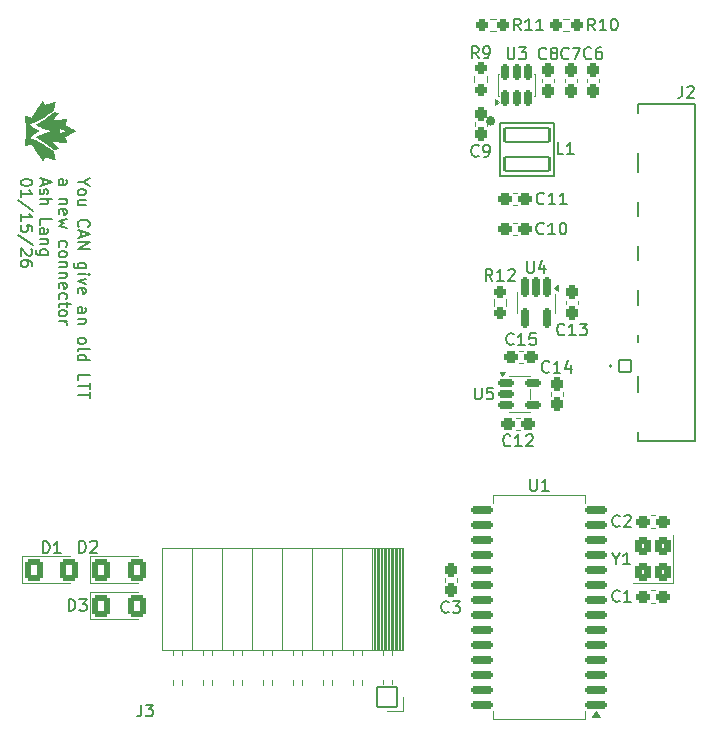
<source format=gto>
G04 #@! TF.GenerationSoftware,KiCad,Pcbnew,9.0.6*
G04 #@! TF.CreationDate,2026-01-15T23:38:00-05:00*
G04 #@! TF.ProjectId,telemetry_transmitter,74656c65-6d65-4747-9279-5f7472616e73,rev?*
G04 #@! TF.SameCoordinates,Original*
G04 #@! TF.FileFunction,Legend,Top*
G04 #@! TF.FilePolarity,Positive*
%FSLAX46Y46*%
G04 Gerber Fmt 4.6, Leading zero omitted, Abs format (unit mm)*
G04 Created by KiCad (PCBNEW 9.0.6) date 2026-01-15 23:38:00*
%MOMM*%
%LPD*%
G01*
G04 APERTURE LIST*
G04 Aperture macros list*
%AMRoundRect*
0 Rectangle with rounded corners*
0 $1 Rounding radius*
0 $2 $3 $4 $5 $6 $7 $8 $9 X,Y pos of 4 corners*
0 Add a 4 corners polygon primitive as box body*
4,1,4,$2,$3,$4,$5,$6,$7,$8,$9,$2,$3,0*
0 Add four circle primitives for the rounded corners*
1,1,$1+$1,$2,$3*
1,1,$1+$1,$4,$5*
1,1,$1+$1,$6,$7*
1,1,$1+$1,$8,$9*
0 Add four rect primitives between the rounded corners*
20,1,$1+$1,$2,$3,$4,$5,0*
20,1,$1+$1,$4,$5,$6,$7,0*
20,1,$1+$1,$6,$7,$8,$9,0*
20,1,$1+$1,$8,$9,$2,$3,0*%
G04 Aperture macros list end*
%ADD10C,0.150000*%
%ADD11C,0.120000*%
%ADD12C,0.200000*%
%ADD13C,0.400000*%
%ADD14C,0.010000*%
%ADD15C,0.127000*%
%ADD16RoundRect,0.263000X-0.263000X0.325500X-0.263000X-0.325500X0.263000X-0.325500X0.263000X0.325500X0*%
%ADD17RoundRect,0.263000X0.275500X0.263000X-0.275500X0.263000X-0.275500X-0.263000X0.275500X-0.263000X0*%
%ADD18RoundRect,0.263000X-0.325500X-0.263000X0.325500X-0.263000X0.325500X0.263000X-0.325500X0.263000X0*%
%ADD19RoundRect,0.263000X0.263000X-0.325500X0.263000X0.325500X-0.263000X0.325500X-0.263000X-0.325500X0*%
%ADD20RoundRect,0.188000X-0.188000X0.643000X-0.188000X-0.643000X0.188000X-0.643000X0.188000X0.643000X0*%
%ADD21RoundRect,0.267895X-0.495605X-0.658105X0.495605X-0.658105X0.495605X0.658105X-0.495605X0.658105X0*%
%ADD22RoundRect,0.102000X-1.900000X-0.600000X1.900000X-0.600000X1.900000X0.600000X-1.900000X0.600000X0*%
%ADD23RoundRect,0.263000X0.325500X0.263000X-0.325500X0.263000X-0.325500X-0.263000X0.325500X-0.263000X0*%
%ADD24RoundRect,0.263000X-0.263000X0.275500X-0.263000X-0.275500X0.263000X-0.275500X0.263000X0.275500X0*%
%ADD25RoundRect,0.175500X0.175500X-0.538000X0.175500X0.538000X-0.175500X0.538000X-0.175500X-0.538000X0*%
%ADD26RoundRect,0.175500X-0.538000X-0.175500X0.538000X-0.175500X0.538000X0.175500X-0.538000X0.175500X0*%
%ADD27RoundRect,0.263000X0.263000X-0.275500X0.263000X0.275500X-0.263000X0.275500X-0.263000X-0.275500X0*%
%ADD28RoundRect,0.051000X-0.850000X0.850000X-0.850000X-0.850000X0.850000X-0.850000X0.850000X0.850000X0*%
%ADD29C,1.802000*%
%ADD30RoundRect,0.175500X0.775500X0.175500X-0.775500X0.175500X-0.775500X-0.175500X0.775500X-0.175500X0*%
%ADD31C,2.652000*%
%ADD32RoundRect,0.102000X0.500000X-0.500000X0.500000X0.500000X-0.500000X0.500000X-0.500000X-0.500000X0*%
%ADD33C,1.204000*%
%ADD34C,2.379000*%
%ADD35RoundRect,0.271250X0.379750X-0.479750X0.379750X0.479750X-0.379750X0.479750X-0.379750X-0.479750X0*%
%ADD36C,0.902000*%
%ADD37C,6.502000*%
G04 APERTURE END LIST*
D10*
X114884803Y-88258855D02*
X114408612Y-88258855D01*
X115408612Y-87925522D02*
X114884803Y-88258855D01*
X114884803Y-88258855D02*
X115408612Y-88592188D01*
X114408612Y-89068379D02*
X114456232Y-88973141D01*
X114456232Y-88973141D02*
X114503851Y-88925522D01*
X114503851Y-88925522D02*
X114599089Y-88877903D01*
X114599089Y-88877903D02*
X114884803Y-88877903D01*
X114884803Y-88877903D02*
X114980041Y-88925522D01*
X114980041Y-88925522D02*
X115027660Y-88973141D01*
X115027660Y-88973141D02*
X115075279Y-89068379D01*
X115075279Y-89068379D02*
X115075279Y-89211236D01*
X115075279Y-89211236D02*
X115027660Y-89306474D01*
X115027660Y-89306474D02*
X114980041Y-89354093D01*
X114980041Y-89354093D02*
X114884803Y-89401712D01*
X114884803Y-89401712D02*
X114599089Y-89401712D01*
X114599089Y-89401712D02*
X114503851Y-89354093D01*
X114503851Y-89354093D02*
X114456232Y-89306474D01*
X114456232Y-89306474D02*
X114408612Y-89211236D01*
X114408612Y-89211236D02*
X114408612Y-89068379D01*
X115075279Y-90258855D02*
X114408612Y-90258855D01*
X115075279Y-89830284D02*
X114551470Y-89830284D01*
X114551470Y-89830284D02*
X114456232Y-89877903D01*
X114456232Y-89877903D02*
X114408612Y-89973141D01*
X114408612Y-89973141D02*
X114408612Y-90115998D01*
X114408612Y-90115998D02*
X114456232Y-90211236D01*
X114456232Y-90211236D02*
X114503851Y-90258855D01*
X114503851Y-92068379D02*
X114456232Y-92020760D01*
X114456232Y-92020760D02*
X114408612Y-91877903D01*
X114408612Y-91877903D02*
X114408612Y-91782665D01*
X114408612Y-91782665D02*
X114456232Y-91639808D01*
X114456232Y-91639808D02*
X114551470Y-91544570D01*
X114551470Y-91544570D02*
X114646708Y-91496951D01*
X114646708Y-91496951D02*
X114837184Y-91449332D01*
X114837184Y-91449332D02*
X114980041Y-91449332D01*
X114980041Y-91449332D02*
X115170517Y-91496951D01*
X115170517Y-91496951D02*
X115265755Y-91544570D01*
X115265755Y-91544570D02*
X115360993Y-91639808D01*
X115360993Y-91639808D02*
X115408612Y-91782665D01*
X115408612Y-91782665D02*
X115408612Y-91877903D01*
X115408612Y-91877903D02*
X115360993Y-92020760D01*
X115360993Y-92020760D02*
X115313374Y-92068379D01*
X114694327Y-92449332D02*
X114694327Y-92925522D01*
X114408612Y-92354094D02*
X115408612Y-92687427D01*
X115408612Y-92687427D02*
X114408612Y-93020760D01*
X114408612Y-93354094D02*
X115408612Y-93354094D01*
X115408612Y-93354094D02*
X114408612Y-93925522D01*
X114408612Y-93925522D02*
X115408612Y-93925522D01*
X115075279Y-95592189D02*
X114265755Y-95592189D01*
X114265755Y-95592189D02*
X114170517Y-95544570D01*
X114170517Y-95544570D02*
X114122898Y-95496951D01*
X114122898Y-95496951D02*
X114075279Y-95401713D01*
X114075279Y-95401713D02*
X114075279Y-95258856D01*
X114075279Y-95258856D02*
X114122898Y-95163618D01*
X114456232Y-95592189D02*
X114408612Y-95496951D01*
X114408612Y-95496951D02*
X114408612Y-95306475D01*
X114408612Y-95306475D02*
X114456232Y-95211237D01*
X114456232Y-95211237D02*
X114503851Y-95163618D01*
X114503851Y-95163618D02*
X114599089Y-95115999D01*
X114599089Y-95115999D02*
X114884803Y-95115999D01*
X114884803Y-95115999D02*
X114980041Y-95163618D01*
X114980041Y-95163618D02*
X115027660Y-95211237D01*
X115027660Y-95211237D02*
X115075279Y-95306475D01*
X115075279Y-95306475D02*
X115075279Y-95496951D01*
X115075279Y-95496951D02*
X115027660Y-95592189D01*
X114408612Y-96068380D02*
X115075279Y-96068380D01*
X115408612Y-96068380D02*
X115360993Y-96020761D01*
X115360993Y-96020761D02*
X115313374Y-96068380D01*
X115313374Y-96068380D02*
X115360993Y-96115999D01*
X115360993Y-96115999D02*
X115408612Y-96068380D01*
X115408612Y-96068380D02*
X115313374Y-96068380D01*
X115075279Y-96449332D02*
X114408612Y-96687427D01*
X114408612Y-96687427D02*
X115075279Y-96925522D01*
X114456232Y-97687427D02*
X114408612Y-97592189D01*
X114408612Y-97592189D02*
X114408612Y-97401713D01*
X114408612Y-97401713D02*
X114456232Y-97306475D01*
X114456232Y-97306475D02*
X114551470Y-97258856D01*
X114551470Y-97258856D02*
X114932422Y-97258856D01*
X114932422Y-97258856D02*
X115027660Y-97306475D01*
X115027660Y-97306475D02*
X115075279Y-97401713D01*
X115075279Y-97401713D02*
X115075279Y-97592189D01*
X115075279Y-97592189D02*
X115027660Y-97687427D01*
X115027660Y-97687427D02*
X114932422Y-97735046D01*
X114932422Y-97735046D02*
X114837184Y-97735046D01*
X114837184Y-97735046D02*
X114741946Y-97258856D01*
X114408612Y-99354094D02*
X114932422Y-99354094D01*
X114932422Y-99354094D02*
X115027660Y-99306475D01*
X115027660Y-99306475D02*
X115075279Y-99211237D01*
X115075279Y-99211237D02*
X115075279Y-99020761D01*
X115075279Y-99020761D02*
X115027660Y-98925523D01*
X114456232Y-99354094D02*
X114408612Y-99258856D01*
X114408612Y-99258856D02*
X114408612Y-99020761D01*
X114408612Y-99020761D02*
X114456232Y-98925523D01*
X114456232Y-98925523D02*
X114551470Y-98877904D01*
X114551470Y-98877904D02*
X114646708Y-98877904D01*
X114646708Y-98877904D02*
X114741946Y-98925523D01*
X114741946Y-98925523D02*
X114789565Y-99020761D01*
X114789565Y-99020761D02*
X114789565Y-99258856D01*
X114789565Y-99258856D02*
X114837184Y-99354094D01*
X115075279Y-99830285D02*
X114408612Y-99830285D01*
X114980041Y-99830285D02*
X115027660Y-99877904D01*
X115027660Y-99877904D02*
X115075279Y-99973142D01*
X115075279Y-99973142D02*
X115075279Y-100115999D01*
X115075279Y-100115999D02*
X115027660Y-100211237D01*
X115027660Y-100211237D02*
X114932422Y-100258856D01*
X114932422Y-100258856D02*
X114408612Y-100258856D01*
X114408612Y-101639809D02*
X114456232Y-101544571D01*
X114456232Y-101544571D02*
X114503851Y-101496952D01*
X114503851Y-101496952D02*
X114599089Y-101449333D01*
X114599089Y-101449333D02*
X114884803Y-101449333D01*
X114884803Y-101449333D02*
X114980041Y-101496952D01*
X114980041Y-101496952D02*
X115027660Y-101544571D01*
X115027660Y-101544571D02*
X115075279Y-101639809D01*
X115075279Y-101639809D02*
X115075279Y-101782666D01*
X115075279Y-101782666D02*
X115027660Y-101877904D01*
X115027660Y-101877904D02*
X114980041Y-101925523D01*
X114980041Y-101925523D02*
X114884803Y-101973142D01*
X114884803Y-101973142D02*
X114599089Y-101973142D01*
X114599089Y-101973142D02*
X114503851Y-101925523D01*
X114503851Y-101925523D02*
X114456232Y-101877904D01*
X114456232Y-101877904D02*
X114408612Y-101782666D01*
X114408612Y-101782666D02*
X114408612Y-101639809D01*
X114408612Y-102544571D02*
X114456232Y-102449333D01*
X114456232Y-102449333D02*
X114551470Y-102401714D01*
X114551470Y-102401714D02*
X115408612Y-102401714D01*
X114408612Y-103354095D02*
X115408612Y-103354095D01*
X114456232Y-103354095D02*
X114408612Y-103258857D01*
X114408612Y-103258857D02*
X114408612Y-103068381D01*
X114408612Y-103068381D02*
X114456232Y-102973143D01*
X114456232Y-102973143D02*
X114503851Y-102925524D01*
X114503851Y-102925524D02*
X114599089Y-102877905D01*
X114599089Y-102877905D02*
X114884803Y-102877905D01*
X114884803Y-102877905D02*
X114980041Y-102925524D01*
X114980041Y-102925524D02*
X115027660Y-102973143D01*
X115027660Y-102973143D02*
X115075279Y-103068381D01*
X115075279Y-103068381D02*
X115075279Y-103258857D01*
X115075279Y-103258857D02*
X115027660Y-103354095D01*
X114408612Y-105068381D02*
X114408612Y-104592191D01*
X114408612Y-104592191D02*
X115408612Y-104592191D01*
X115408612Y-105258858D02*
X115408612Y-105830286D01*
X114408612Y-105544572D02*
X115408612Y-105544572D01*
X115408612Y-106020763D02*
X115408612Y-106592191D01*
X114408612Y-106306477D02*
X115408612Y-106306477D01*
X112798668Y-88496950D02*
X113322478Y-88496950D01*
X113322478Y-88496950D02*
X113417716Y-88449331D01*
X113417716Y-88449331D02*
X113465335Y-88354093D01*
X113465335Y-88354093D02*
X113465335Y-88163617D01*
X113465335Y-88163617D02*
X113417716Y-88068379D01*
X112846288Y-88496950D02*
X112798668Y-88401712D01*
X112798668Y-88401712D02*
X112798668Y-88163617D01*
X112798668Y-88163617D02*
X112846288Y-88068379D01*
X112846288Y-88068379D02*
X112941526Y-88020760D01*
X112941526Y-88020760D02*
X113036764Y-88020760D01*
X113036764Y-88020760D02*
X113132002Y-88068379D01*
X113132002Y-88068379D02*
X113179621Y-88163617D01*
X113179621Y-88163617D02*
X113179621Y-88401712D01*
X113179621Y-88401712D02*
X113227240Y-88496950D01*
X113465335Y-89735046D02*
X112798668Y-89735046D01*
X113370097Y-89735046D02*
X113417716Y-89782665D01*
X113417716Y-89782665D02*
X113465335Y-89877903D01*
X113465335Y-89877903D02*
X113465335Y-90020760D01*
X113465335Y-90020760D02*
X113417716Y-90115998D01*
X113417716Y-90115998D02*
X113322478Y-90163617D01*
X113322478Y-90163617D02*
X112798668Y-90163617D01*
X112846288Y-91020760D02*
X112798668Y-90925522D01*
X112798668Y-90925522D02*
X112798668Y-90735046D01*
X112798668Y-90735046D02*
X112846288Y-90639808D01*
X112846288Y-90639808D02*
X112941526Y-90592189D01*
X112941526Y-90592189D02*
X113322478Y-90592189D01*
X113322478Y-90592189D02*
X113417716Y-90639808D01*
X113417716Y-90639808D02*
X113465335Y-90735046D01*
X113465335Y-90735046D02*
X113465335Y-90925522D01*
X113465335Y-90925522D02*
X113417716Y-91020760D01*
X113417716Y-91020760D02*
X113322478Y-91068379D01*
X113322478Y-91068379D02*
X113227240Y-91068379D01*
X113227240Y-91068379D02*
X113132002Y-90592189D01*
X113465335Y-91401713D02*
X112798668Y-91592189D01*
X112798668Y-91592189D02*
X113274859Y-91782665D01*
X113274859Y-91782665D02*
X112798668Y-91973141D01*
X112798668Y-91973141D02*
X113465335Y-92163617D01*
X112846288Y-93735046D02*
X112798668Y-93639808D01*
X112798668Y-93639808D02*
X112798668Y-93449332D01*
X112798668Y-93449332D02*
X112846288Y-93354094D01*
X112846288Y-93354094D02*
X112893907Y-93306475D01*
X112893907Y-93306475D02*
X112989145Y-93258856D01*
X112989145Y-93258856D02*
X113274859Y-93258856D01*
X113274859Y-93258856D02*
X113370097Y-93306475D01*
X113370097Y-93306475D02*
X113417716Y-93354094D01*
X113417716Y-93354094D02*
X113465335Y-93449332D01*
X113465335Y-93449332D02*
X113465335Y-93639808D01*
X113465335Y-93639808D02*
X113417716Y-93735046D01*
X112798668Y-94306475D02*
X112846288Y-94211237D01*
X112846288Y-94211237D02*
X112893907Y-94163618D01*
X112893907Y-94163618D02*
X112989145Y-94115999D01*
X112989145Y-94115999D02*
X113274859Y-94115999D01*
X113274859Y-94115999D02*
X113370097Y-94163618D01*
X113370097Y-94163618D02*
X113417716Y-94211237D01*
X113417716Y-94211237D02*
X113465335Y-94306475D01*
X113465335Y-94306475D02*
X113465335Y-94449332D01*
X113465335Y-94449332D02*
X113417716Y-94544570D01*
X113417716Y-94544570D02*
X113370097Y-94592189D01*
X113370097Y-94592189D02*
X113274859Y-94639808D01*
X113274859Y-94639808D02*
X112989145Y-94639808D01*
X112989145Y-94639808D02*
X112893907Y-94592189D01*
X112893907Y-94592189D02*
X112846288Y-94544570D01*
X112846288Y-94544570D02*
X112798668Y-94449332D01*
X112798668Y-94449332D02*
X112798668Y-94306475D01*
X113465335Y-95068380D02*
X112798668Y-95068380D01*
X113370097Y-95068380D02*
X113417716Y-95115999D01*
X113417716Y-95115999D02*
X113465335Y-95211237D01*
X113465335Y-95211237D02*
X113465335Y-95354094D01*
X113465335Y-95354094D02*
X113417716Y-95449332D01*
X113417716Y-95449332D02*
X113322478Y-95496951D01*
X113322478Y-95496951D02*
X112798668Y-95496951D01*
X113465335Y-95973142D02*
X112798668Y-95973142D01*
X113370097Y-95973142D02*
X113417716Y-96020761D01*
X113417716Y-96020761D02*
X113465335Y-96115999D01*
X113465335Y-96115999D02*
X113465335Y-96258856D01*
X113465335Y-96258856D02*
X113417716Y-96354094D01*
X113417716Y-96354094D02*
X113322478Y-96401713D01*
X113322478Y-96401713D02*
X112798668Y-96401713D01*
X112846288Y-97258856D02*
X112798668Y-97163618D01*
X112798668Y-97163618D02*
X112798668Y-96973142D01*
X112798668Y-96973142D02*
X112846288Y-96877904D01*
X112846288Y-96877904D02*
X112941526Y-96830285D01*
X112941526Y-96830285D02*
X113322478Y-96830285D01*
X113322478Y-96830285D02*
X113417716Y-96877904D01*
X113417716Y-96877904D02*
X113465335Y-96973142D01*
X113465335Y-96973142D02*
X113465335Y-97163618D01*
X113465335Y-97163618D02*
X113417716Y-97258856D01*
X113417716Y-97258856D02*
X113322478Y-97306475D01*
X113322478Y-97306475D02*
X113227240Y-97306475D01*
X113227240Y-97306475D02*
X113132002Y-96830285D01*
X112846288Y-98163618D02*
X112798668Y-98068380D01*
X112798668Y-98068380D02*
X112798668Y-97877904D01*
X112798668Y-97877904D02*
X112846288Y-97782666D01*
X112846288Y-97782666D02*
X112893907Y-97735047D01*
X112893907Y-97735047D02*
X112989145Y-97687428D01*
X112989145Y-97687428D02*
X113274859Y-97687428D01*
X113274859Y-97687428D02*
X113370097Y-97735047D01*
X113370097Y-97735047D02*
X113417716Y-97782666D01*
X113417716Y-97782666D02*
X113465335Y-97877904D01*
X113465335Y-97877904D02*
X113465335Y-98068380D01*
X113465335Y-98068380D02*
X113417716Y-98163618D01*
X113465335Y-98449333D02*
X113465335Y-98830285D01*
X113798668Y-98592190D02*
X112941526Y-98592190D01*
X112941526Y-98592190D02*
X112846288Y-98639809D01*
X112846288Y-98639809D02*
X112798668Y-98735047D01*
X112798668Y-98735047D02*
X112798668Y-98830285D01*
X112798668Y-99306476D02*
X112846288Y-99211238D01*
X112846288Y-99211238D02*
X112893907Y-99163619D01*
X112893907Y-99163619D02*
X112989145Y-99116000D01*
X112989145Y-99116000D02*
X113274859Y-99116000D01*
X113274859Y-99116000D02*
X113370097Y-99163619D01*
X113370097Y-99163619D02*
X113417716Y-99211238D01*
X113417716Y-99211238D02*
X113465335Y-99306476D01*
X113465335Y-99306476D02*
X113465335Y-99449333D01*
X113465335Y-99449333D02*
X113417716Y-99544571D01*
X113417716Y-99544571D02*
X113370097Y-99592190D01*
X113370097Y-99592190D02*
X113274859Y-99639809D01*
X113274859Y-99639809D02*
X112989145Y-99639809D01*
X112989145Y-99639809D02*
X112893907Y-99592190D01*
X112893907Y-99592190D02*
X112846288Y-99544571D01*
X112846288Y-99544571D02*
X112798668Y-99449333D01*
X112798668Y-99449333D02*
X112798668Y-99306476D01*
X112798668Y-100068381D02*
X113465335Y-100068381D01*
X113274859Y-100068381D02*
X113370097Y-100116000D01*
X113370097Y-100116000D02*
X113417716Y-100163619D01*
X113417716Y-100163619D02*
X113465335Y-100258857D01*
X113465335Y-100258857D02*
X113465335Y-100354095D01*
X111474439Y-88020760D02*
X111474439Y-88496950D01*
X111188724Y-87925522D02*
X112188724Y-88258855D01*
X112188724Y-88258855D02*
X111188724Y-88592188D01*
X111236344Y-88877903D02*
X111188724Y-88973141D01*
X111188724Y-88973141D02*
X111188724Y-89163617D01*
X111188724Y-89163617D02*
X111236344Y-89258855D01*
X111236344Y-89258855D02*
X111331582Y-89306474D01*
X111331582Y-89306474D02*
X111379201Y-89306474D01*
X111379201Y-89306474D02*
X111474439Y-89258855D01*
X111474439Y-89258855D02*
X111522058Y-89163617D01*
X111522058Y-89163617D02*
X111522058Y-89020760D01*
X111522058Y-89020760D02*
X111569677Y-88925522D01*
X111569677Y-88925522D02*
X111664915Y-88877903D01*
X111664915Y-88877903D02*
X111712534Y-88877903D01*
X111712534Y-88877903D02*
X111807772Y-88925522D01*
X111807772Y-88925522D02*
X111855391Y-89020760D01*
X111855391Y-89020760D02*
X111855391Y-89163617D01*
X111855391Y-89163617D02*
X111807772Y-89258855D01*
X111188724Y-89735046D02*
X112188724Y-89735046D01*
X111188724Y-90163617D02*
X111712534Y-90163617D01*
X111712534Y-90163617D02*
X111807772Y-90115998D01*
X111807772Y-90115998D02*
X111855391Y-90020760D01*
X111855391Y-90020760D02*
X111855391Y-89877903D01*
X111855391Y-89877903D02*
X111807772Y-89782665D01*
X111807772Y-89782665D02*
X111760153Y-89735046D01*
X111188724Y-91877903D02*
X111188724Y-91401713D01*
X111188724Y-91401713D02*
X112188724Y-91401713D01*
X111188724Y-92639808D02*
X111712534Y-92639808D01*
X111712534Y-92639808D02*
X111807772Y-92592189D01*
X111807772Y-92592189D02*
X111855391Y-92496951D01*
X111855391Y-92496951D02*
X111855391Y-92306475D01*
X111855391Y-92306475D02*
X111807772Y-92211237D01*
X111236344Y-92639808D02*
X111188724Y-92544570D01*
X111188724Y-92544570D02*
X111188724Y-92306475D01*
X111188724Y-92306475D02*
X111236344Y-92211237D01*
X111236344Y-92211237D02*
X111331582Y-92163618D01*
X111331582Y-92163618D02*
X111426820Y-92163618D01*
X111426820Y-92163618D02*
X111522058Y-92211237D01*
X111522058Y-92211237D02*
X111569677Y-92306475D01*
X111569677Y-92306475D02*
X111569677Y-92544570D01*
X111569677Y-92544570D02*
X111617296Y-92639808D01*
X111855391Y-93115999D02*
X111188724Y-93115999D01*
X111760153Y-93115999D02*
X111807772Y-93163618D01*
X111807772Y-93163618D02*
X111855391Y-93258856D01*
X111855391Y-93258856D02*
X111855391Y-93401713D01*
X111855391Y-93401713D02*
X111807772Y-93496951D01*
X111807772Y-93496951D02*
X111712534Y-93544570D01*
X111712534Y-93544570D02*
X111188724Y-93544570D01*
X111855391Y-94449332D02*
X111045867Y-94449332D01*
X111045867Y-94449332D02*
X110950629Y-94401713D01*
X110950629Y-94401713D02*
X110903010Y-94354094D01*
X110903010Y-94354094D02*
X110855391Y-94258856D01*
X110855391Y-94258856D02*
X110855391Y-94115999D01*
X110855391Y-94115999D02*
X110903010Y-94020761D01*
X111236344Y-94449332D02*
X111188724Y-94354094D01*
X111188724Y-94354094D02*
X111188724Y-94163618D01*
X111188724Y-94163618D02*
X111236344Y-94068380D01*
X111236344Y-94068380D02*
X111283963Y-94020761D01*
X111283963Y-94020761D02*
X111379201Y-93973142D01*
X111379201Y-93973142D02*
X111664915Y-93973142D01*
X111664915Y-93973142D02*
X111760153Y-94020761D01*
X111760153Y-94020761D02*
X111807772Y-94068380D01*
X111807772Y-94068380D02*
X111855391Y-94163618D01*
X111855391Y-94163618D02*
X111855391Y-94354094D01*
X111855391Y-94354094D02*
X111807772Y-94449332D01*
X110578780Y-88258855D02*
X110578780Y-88354093D01*
X110578780Y-88354093D02*
X110531161Y-88449331D01*
X110531161Y-88449331D02*
X110483542Y-88496950D01*
X110483542Y-88496950D02*
X110388304Y-88544569D01*
X110388304Y-88544569D02*
X110197828Y-88592188D01*
X110197828Y-88592188D02*
X109959733Y-88592188D01*
X109959733Y-88592188D02*
X109769257Y-88544569D01*
X109769257Y-88544569D02*
X109674019Y-88496950D01*
X109674019Y-88496950D02*
X109626400Y-88449331D01*
X109626400Y-88449331D02*
X109578780Y-88354093D01*
X109578780Y-88354093D02*
X109578780Y-88258855D01*
X109578780Y-88258855D02*
X109626400Y-88163617D01*
X109626400Y-88163617D02*
X109674019Y-88115998D01*
X109674019Y-88115998D02*
X109769257Y-88068379D01*
X109769257Y-88068379D02*
X109959733Y-88020760D01*
X109959733Y-88020760D02*
X110197828Y-88020760D01*
X110197828Y-88020760D02*
X110388304Y-88068379D01*
X110388304Y-88068379D02*
X110483542Y-88115998D01*
X110483542Y-88115998D02*
X110531161Y-88163617D01*
X110531161Y-88163617D02*
X110578780Y-88258855D01*
X109578780Y-89544569D02*
X109578780Y-88973141D01*
X109578780Y-89258855D02*
X110578780Y-89258855D01*
X110578780Y-89258855D02*
X110435923Y-89163617D01*
X110435923Y-89163617D02*
X110340685Y-89068379D01*
X110340685Y-89068379D02*
X110293066Y-88973141D01*
X110626400Y-90687426D02*
X109340685Y-89830284D01*
X109578780Y-91544569D02*
X109578780Y-90973141D01*
X109578780Y-91258855D02*
X110578780Y-91258855D01*
X110578780Y-91258855D02*
X110435923Y-91163617D01*
X110435923Y-91163617D02*
X110340685Y-91068379D01*
X110340685Y-91068379D02*
X110293066Y-90973141D01*
X110578780Y-92449331D02*
X110578780Y-91973141D01*
X110578780Y-91973141D02*
X110102590Y-91925522D01*
X110102590Y-91925522D02*
X110150209Y-91973141D01*
X110150209Y-91973141D02*
X110197828Y-92068379D01*
X110197828Y-92068379D02*
X110197828Y-92306474D01*
X110197828Y-92306474D02*
X110150209Y-92401712D01*
X110150209Y-92401712D02*
X110102590Y-92449331D01*
X110102590Y-92449331D02*
X110007352Y-92496950D01*
X110007352Y-92496950D02*
X109769257Y-92496950D01*
X109769257Y-92496950D02*
X109674019Y-92449331D01*
X109674019Y-92449331D02*
X109626400Y-92401712D01*
X109626400Y-92401712D02*
X109578780Y-92306474D01*
X109578780Y-92306474D02*
X109578780Y-92068379D01*
X109578780Y-92068379D02*
X109626400Y-91973141D01*
X109626400Y-91973141D02*
X109674019Y-91925522D01*
X110626400Y-93639807D02*
X109340685Y-92782665D01*
X110483542Y-93925522D02*
X110531161Y-93973141D01*
X110531161Y-93973141D02*
X110578780Y-94068379D01*
X110578780Y-94068379D02*
X110578780Y-94306474D01*
X110578780Y-94306474D02*
X110531161Y-94401712D01*
X110531161Y-94401712D02*
X110483542Y-94449331D01*
X110483542Y-94449331D02*
X110388304Y-94496950D01*
X110388304Y-94496950D02*
X110293066Y-94496950D01*
X110293066Y-94496950D02*
X110150209Y-94449331D01*
X110150209Y-94449331D02*
X109578780Y-93877903D01*
X109578780Y-93877903D02*
X109578780Y-94496950D01*
X110578780Y-95354093D02*
X110578780Y-95163617D01*
X110578780Y-95163617D02*
X110531161Y-95068379D01*
X110531161Y-95068379D02*
X110483542Y-95020760D01*
X110483542Y-95020760D02*
X110340685Y-94925522D01*
X110340685Y-94925522D02*
X110150209Y-94877903D01*
X110150209Y-94877903D02*
X109769257Y-94877903D01*
X109769257Y-94877903D02*
X109674019Y-94925522D01*
X109674019Y-94925522D02*
X109626400Y-94973141D01*
X109626400Y-94973141D02*
X109578780Y-95068379D01*
X109578780Y-95068379D02*
X109578780Y-95258855D01*
X109578780Y-95258855D02*
X109626400Y-95354093D01*
X109626400Y-95354093D02*
X109674019Y-95401712D01*
X109674019Y-95401712D02*
X109769257Y-95449331D01*
X109769257Y-95449331D02*
X110007352Y-95449331D01*
X110007352Y-95449331D02*
X110102590Y-95401712D01*
X110102590Y-95401712D02*
X110150209Y-95354093D01*
X110150209Y-95354093D02*
X110197828Y-95258855D01*
X110197828Y-95258855D02*
X110197828Y-95068379D01*
X110197828Y-95068379D02*
X110150209Y-94973141D01*
X110150209Y-94973141D02*
X110102590Y-94925522D01*
X110102590Y-94925522D02*
X110007352Y-94877903D01*
X148347133Y-86033780D02*
X148299514Y-86081400D01*
X148299514Y-86081400D02*
X148156657Y-86129019D01*
X148156657Y-86129019D02*
X148061419Y-86129019D01*
X148061419Y-86129019D02*
X147918562Y-86081400D01*
X147918562Y-86081400D02*
X147823324Y-85986161D01*
X147823324Y-85986161D02*
X147775705Y-85890923D01*
X147775705Y-85890923D02*
X147728086Y-85700447D01*
X147728086Y-85700447D02*
X147728086Y-85557590D01*
X147728086Y-85557590D02*
X147775705Y-85367114D01*
X147775705Y-85367114D02*
X147823324Y-85271876D01*
X147823324Y-85271876D02*
X147918562Y-85176638D01*
X147918562Y-85176638D02*
X148061419Y-85129019D01*
X148061419Y-85129019D02*
X148156657Y-85129019D01*
X148156657Y-85129019D02*
X148299514Y-85176638D01*
X148299514Y-85176638D02*
X148347133Y-85224257D01*
X148823324Y-86129019D02*
X149013800Y-86129019D01*
X149013800Y-86129019D02*
X149109038Y-86081400D01*
X149109038Y-86081400D02*
X149156657Y-86033780D01*
X149156657Y-86033780D02*
X149251895Y-85890923D01*
X149251895Y-85890923D02*
X149299514Y-85700447D01*
X149299514Y-85700447D02*
X149299514Y-85319495D01*
X149299514Y-85319495D02*
X149251895Y-85224257D01*
X149251895Y-85224257D02*
X149204276Y-85176638D01*
X149204276Y-85176638D02*
X149109038Y-85129019D01*
X149109038Y-85129019D02*
X148918562Y-85129019D01*
X148918562Y-85129019D02*
X148823324Y-85176638D01*
X148823324Y-85176638D02*
X148775705Y-85224257D01*
X148775705Y-85224257D02*
X148728086Y-85319495D01*
X148728086Y-85319495D02*
X148728086Y-85557590D01*
X148728086Y-85557590D02*
X148775705Y-85652828D01*
X148775705Y-85652828D02*
X148823324Y-85700447D01*
X148823324Y-85700447D02*
X148918562Y-85748066D01*
X148918562Y-85748066D02*
X149109038Y-85748066D01*
X149109038Y-85748066D02*
X149204276Y-85700447D01*
X149204276Y-85700447D02*
X149251895Y-85652828D01*
X149251895Y-85652828D02*
X149299514Y-85557590D01*
X158208742Y-75435619D02*
X157875409Y-74959428D01*
X157637314Y-75435619D02*
X157637314Y-74435619D01*
X157637314Y-74435619D02*
X158018266Y-74435619D01*
X158018266Y-74435619D02*
X158113504Y-74483238D01*
X158113504Y-74483238D02*
X158161123Y-74530857D01*
X158161123Y-74530857D02*
X158208742Y-74626095D01*
X158208742Y-74626095D02*
X158208742Y-74768952D01*
X158208742Y-74768952D02*
X158161123Y-74864190D01*
X158161123Y-74864190D02*
X158113504Y-74911809D01*
X158113504Y-74911809D02*
X158018266Y-74959428D01*
X158018266Y-74959428D02*
X157637314Y-74959428D01*
X159161123Y-75435619D02*
X158589695Y-75435619D01*
X158875409Y-75435619D02*
X158875409Y-74435619D01*
X158875409Y-74435619D02*
X158780171Y-74578476D01*
X158780171Y-74578476D02*
X158684933Y-74673714D01*
X158684933Y-74673714D02*
X158589695Y-74721333D01*
X159780171Y-74435619D02*
X159875409Y-74435619D01*
X159875409Y-74435619D02*
X159970647Y-74483238D01*
X159970647Y-74483238D02*
X160018266Y-74530857D01*
X160018266Y-74530857D02*
X160065885Y-74626095D01*
X160065885Y-74626095D02*
X160113504Y-74816571D01*
X160113504Y-74816571D02*
X160113504Y-75054666D01*
X160113504Y-75054666D02*
X160065885Y-75245142D01*
X160065885Y-75245142D02*
X160018266Y-75340380D01*
X160018266Y-75340380D02*
X159970647Y-75388000D01*
X159970647Y-75388000D02*
X159875409Y-75435619D01*
X159875409Y-75435619D02*
X159780171Y-75435619D01*
X159780171Y-75435619D02*
X159684933Y-75388000D01*
X159684933Y-75388000D02*
X159637314Y-75340380D01*
X159637314Y-75340380D02*
X159589695Y-75245142D01*
X159589695Y-75245142D02*
X159542076Y-75054666D01*
X159542076Y-75054666D02*
X159542076Y-74816571D01*
X159542076Y-74816571D02*
X159589695Y-74626095D01*
X159589695Y-74626095D02*
X159637314Y-74530857D01*
X159637314Y-74530857D02*
X159684933Y-74483238D01*
X159684933Y-74483238D02*
X159780171Y-74435619D01*
X160285133Y-123727380D02*
X160237514Y-123775000D01*
X160237514Y-123775000D02*
X160094657Y-123822619D01*
X160094657Y-123822619D02*
X159999419Y-123822619D01*
X159999419Y-123822619D02*
X159856562Y-123775000D01*
X159856562Y-123775000D02*
X159761324Y-123679761D01*
X159761324Y-123679761D02*
X159713705Y-123584523D01*
X159713705Y-123584523D02*
X159666086Y-123394047D01*
X159666086Y-123394047D02*
X159666086Y-123251190D01*
X159666086Y-123251190D02*
X159713705Y-123060714D01*
X159713705Y-123060714D02*
X159761324Y-122965476D01*
X159761324Y-122965476D02*
X159856562Y-122870238D01*
X159856562Y-122870238D02*
X159999419Y-122822619D01*
X159999419Y-122822619D02*
X160094657Y-122822619D01*
X160094657Y-122822619D02*
X160237514Y-122870238D01*
X160237514Y-122870238D02*
X160285133Y-122917857D01*
X161237514Y-123822619D02*
X160666086Y-123822619D01*
X160951800Y-123822619D02*
X160951800Y-122822619D01*
X160951800Y-122822619D02*
X160856562Y-122965476D01*
X160856562Y-122965476D02*
X160761324Y-123060714D01*
X160761324Y-123060714D02*
X160666086Y-123108333D01*
X157872133Y-77778780D02*
X157824514Y-77826400D01*
X157824514Y-77826400D02*
X157681657Y-77874019D01*
X157681657Y-77874019D02*
X157586419Y-77874019D01*
X157586419Y-77874019D02*
X157443562Y-77826400D01*
X157443562Y-77826400D02*
X157348324Y-77731161D01*
X157348324Y-77731161D02*
X157300705Y-77635923D01*
X157300705Y-77635923D02*
X157253086Y-77445447D01*
X157253086Y-77445447D02*
X157253086Y-77302590D01*
X157253086Y-77302590D02*
X157300705Y-77112114D01*
X157300705Y-77112114D02*
X157348324Y-77016876D01*
X157348324Y-77016876D02*
X157443562Y-76921638D01*
X157443562Y-76921638D02*
X157586419Y-76874019D01*
X157586419Y-76874019D02*
X157681657Y-76874019D01*
X157681657Y-76874019D02*
X157824514Y-76921638D01*
X157824514Y-76921638D02*
X157872133Y-76969257D01*
X158729276Y-76874019D02*
X158538800Y-76874019D01*
X158538800Y-76874019D02*
X158443562Y-76921638D01*
X158443562Y-76921638D02*
X158395943Y-76969257D01*
X158395943Y-76969257D02*
X158300705Y-77112114D01*
X158300705Y-77112114D02*
X158253086Y-77302590D01*
X158253086Y-77302590D02*
X158253086Y-77683542D01*
X158253086Y-77683542D02*
X158300705Y-77778780D01*
X158300705Y-77778780D02*
X158348324Y-77826400D01*
X158348324Y-77826400D02*
X158443562Y-77874019D01*
X158443562Y-77874019D02*
X158634038Y-77874019D01*
X158634038Y-77874019D02*
X158729276Y-77826400D01*
X158729276Y-77826400D02*
X158776895Y-77778780D01*
X158776895Y-77778780D02*
X158824514Y-77683542D01*
X158824514Y-77683542D02*
X158824514Y-77445447D01*
X158824514Y-77445447D02*
X158776895Y-77350209D01*
X158776895Y-77350209D02*
X158729276Y-77302590D01*
X158729276Y-77302590D02*
X158634038Y-77254971D01*
X158634038Y-77254971D02*
X158443562Y-77254971D01*
X158443562Y-77254971D02*
X158348324Y-77302590D01*
X158348324Y-77302590D02*
X158300705Y-77350209D01*
X158300705Y-77350209D02*
X158253086Y-77445447D01*
X152450895Y-94958819D02*
X152450895Y-95768342D01*
X152450895Y-95768342D02*
X152498514Y-95863580D01*
X152498514Y-95863580D02*
X152546133Y-95911200D01*
X152546133Y-95911200D02*
X152641371Y-95958819D01*
X152641371Y-95958819D02*
X152831847Y-95958819D01*
X152831847Y-95958819D02*
X152927085Y-95911200D01*
X152927085Y-95911200D02*
X152974704Y-95863580D01*
X152974704Y-95863580D02*
X153022323Y-95768342D01*
X153022323Y-95768342D02*
X153022323Y-94958819D01*
X153927085Y-95292152D02*
X153927085Y-95958819D01*
X153688990Y-94911200D02*
X153450895Y-95625485D01*
X153450895Y-95625485D02*
X154069942Y-95625485D01*
X111453705Y-119706619D02*
X111453705Y-118706619D01*
X111453705Y-118706619D02*
X111691800Y-118706619D01*
X111691800Y-118706619D02*
X111834657Y-118754238D01*
X111834657Y-118754238D02*
X111929895Y-118849476D01*
X111929895Y-118849476D02*
X111977514Y-118944714D01*
X111977514Y-118944714D02*
X112025133Y-119135190D01*
X112025133Y-119135190D02*
X112025133Y-119278047D01*
X112025133Y-119278047D02*
X111977514Y-119468523D01*
X111977514Y-119468523D02*
X111929895Y-119563761D01*
X111929895Y-119563761D02*
X111834657Y-119659000D01*
X111834657Y-119659000D02*
X111691800Y-119706619D01*
X111691800Y-119706619D02*
X111453705Y-119706619D01*
X112977514Y-119706619D02*
X112406086Y-119706619D01*
X112691800Y-119706619D02*
X112691800Y-118706619D01*
X112691800Y-118706619D02*
X112596562Y-118849476D01*
X112596562Y-118849476D02*
X112501324Y-118944714D01*
X112501324Y-118944714D02*
X112406086Y-118992333D01*
X155535333Y-85925819D02*
X155059143Y-85925819D01*
X155059143Y-85925819D02*
X155059143Y-84925819D01*
X156392476Y-85925819D02*
X155821048Y-85925819D01*
X156106762Y-85925819D02*
X156106762Y-84925819D01*
X156106762Y-84925819D02*
X156011524Y-85068676D01*
X156011524Y-85068676D02*
X155916286Y-85163914D01*
X155916286Y-85163914D02*
X155821048Y-85211533D01*
X154322542Y-104321780D02*
X154274923Y-104369400D01*
X154274923Y-104369400D02*
X154132066Y-104417019D01*
X154132066Y-104417019D02*
X154036828Y-104417019D01*
X154036828Y-104417019D02*
X153893971Y-104369400D01*
X153893971Y-104369400D02*
X153798733Y-104274161D01*
X153798733Y-104274161D02*
X153751114Y-104178923D01*
X153751114Y-104178923D02*
X153703495Y-103988447D01*
X153703495Y-103988447D02*
X153703495Y-103845590D01*
X153703495Y-103845590D02*
X153751114Y-103655114D01*
X153751114Y-103655114D02*
X153798733Y-103559876D01*
X153798733Y-103559876D02*
X153893971Y-103464638D01*
X153893971Y-103464638D02*
X154036828Y-103417019D01*
X154036828Y-103417019D02*
X154132066Y-103417019D01*
X154132066Y-103417019D02*
X154274923Y-103464638D01*
X154274923Y-103464638D02*
X154322542Y-103512257D01*
X155274923Y-104417019D02*
X154703495Y-104417019D01*
X154989209Y-104417019D02*
X154989209Y-103417019D01*
X154989209Y-103417019D02*
X154893971Y-103559876D01*
X154893971Y-103559876D02*
X154798733Y-103655114D01*
X154798733Y-103655114D02*
X154703495Y-103702733D01*
X156132066Y-103750352D02*
X156132066Y-104417019D01*
X155893971Y-103369400D02*
X155655876Y-104083685D01*
X155655876Y-104083685D02*
X156274923Y-104083685D01*
X160285133Y-117377380D02*
X160237514Y-117425000D01*
X160237514Y-117425000D02*
X160094657Y-117472619D01*
X160094657Y-117472619D02*
X159999419Y-117472619D01*
X159999419Y-117472619D02*
X159856562Y-117425000D01*
X159856562Y-117425000D02*
X159761324Y-117329761D01*
X159761324Y-117329761D02*
X159713705Y-117234523D01*
X159713705Y-117234523D02*
X159666086Y-117044047D01*
X159666086Y-117044047D02*
X159666086Y-116901190D01*
X159666086Y-116901190D02*
X159713705Y-116710714D01*
X159713705Y-116710714D02*
X159761324Y-116615476D01*
X159761324Y-116615476D02*
X159856562Y-116520238D01*
X159856562Y-116520238D02*
X159999419Y-116472619D01*
X159999419Y-116472619D02*
X160094657Y-116472619D01*
X160094657Y-116472619D02*
X160237514Y-116520238D01*
X160237514Y-116520238D02*
X160285133Y-116567857D01*
X160666086Y-116567857D02*
X160713705Y-116520238D01*
X160713705Y-116520238D02*
X160808943Y-116472619D01*
X160808943Y-116472619D02*
X161047038Y-116472619D01*
X161047038Y-116472619D02*
X161142276Y-116520238D01*
X161142276Y-116520238D02*
X161189895Y-116567857D01*
X161189895Y-116567857D02*
X161237514Y-116663095D01*
X161237514Y-116663095D02*
X161237514Y-116758333D01*
X161237514Y-116758333D02*
X161189895Y-116901190D01*
X161189895Y-116901190D02*
X160618467Y-117472619D01*
X160618467Y-117472619D02*
X161237514Y-117472619D01*
X154062133Y-77804180D02*
X154014514Y-77851800D01*
X154014514Y-77851800D02*
X153871657Y-77899419D01*
X153871657Y-77899419D02*
X153776419Y-77899419D01*
X153776419Y-77899419D02*
X153633562Y-77851800D01*
X153633562Y-77851800D02*
X153538324Y-77756561D01*
X153538324Y-77756561D02*
X153490705Y-77661323D01*
X153490705Y-77661323D02*
X153443086Y-77470847D01*
X153443086Y-77470847D02*
X153443086Y-77327990D01*
X153443086Y-77327990D02*
X153490705Y-77137514D01*
X153490705Y-77137514D02*
X153538324Y-77042276D01*
X153538324Y-77042276D02*
X153633562Y-76947038D01*
X153633562Y-76947038D02*
X153776419Y-76899419D01*
X153776419Y-76899419D02*
X153871657Y-76899419D01*
X153871657Y-76899419D02*
X154014514Y-76947038D01*
X154014514Y-76947038D02*
X154062133Y-76994657D01*
X154633562Y-77327990D02*
X154538324Y-77280371D01*
X154538324Y-77280371D02*
X154490705Y-77232752D01*
X154490705Y-77232752D02*
X154443086Y-77137514D01*
X154443086Y-77137514D02*
X154443086Y-77089895D01*
X154443086Y-77089895D02*
X154490705Y-76994657D01*
X154490705Y-76994657D02*
X154538324Y-76947038D01*
X154538324Y-76947038D02*
X154633562Y-76899419D01*
X154633562Y-76899419D02*
X154824038Y-76899419D01*
X154824038Y-76899419D02*
X154919276Y-76947038D01*
X154919276Y-76947038D02*
X154966895Y-76994657D01*
X154966895Y-76994657D02*
X155014514Y-77089895D01*
X155014514Y-77089895D02*
X155014514Y-77137514D01*
X155014514Y-77137514D02*
X154966895Y-77232752D01*
X154966895Y-77232752D02*
X154919276Y-77280371D01*
X154919276Y-77280371D02*
X154824038Y-77327990D01*
X154824038Y-77327990D02*
X154633562Y-77327990D01*
X154633562Y-77327990D02*
X154538324Y-77375609D01*
X154538324Y-77375609D02*
X154490705Y-77423228D01*
X154490705Y-77423228D02*
X154443086Y-77518466D01*
X154443086Y-77518466D02*
X154443086Y-77708942D01*
X154443086Y-77708942D02*
X154490705Y-77804180D01*
X154490705Y-77804180D02*
X154538324Y-77851800D01*
X154538324Y-77851800D02*
X154633562Y-77899419D01*
X154633562Y-77899419D02*
X154824038Y-77899419D01*
X154824038Y-77899419D02*
X154919276Y-77851800D01*
X154919276Y-77851800D02*
X154966895Y-77804180D01*
X154966895Y-77804180D02*
X155014514Y-77708942D01*
X155014514Y-77708942D02*
X155014514Y-77518466D01*
X155014514Y-77518466D02*
X154966895Y-77423228D01*
X154966895Y-77423228D02*
X154919276Y-77375609D01*
X154919276Y-77375609D02*
X154824038Y-77327990D01*
X151045942Y-110552380D02*
X150998323Y-110600000D01*
X150998323Y-110600000D02*
X150855466Y-110647619D01*
X150855466Y-110647619D02*
X150760228Y-110647619D01*
X150760228Y-110647619D02*
X150617371Y-110600000D01*
X150617371Y-110600000D02*
X150522133Y-110504761D01*
X150522133Y-110504761D02*
X150474514Y-110409523D01*
X150474514Y-110409523D02*
X150426895Y-110219047D01*
X150426895Y-110219047D02*
X150426895Y-110076190D01*
X150426895Y-110076190D02*
X150474514Y-109885714D01*
X150474514Y-109885714D02*
X150522133Y-109790476D01*
X150522133Y-109790476D02*
X150617371Y-109695238D01*
X150617371Y-109695238D02*
X150760228Y-109647619D01*
X150760228Y-109647619D02*
X150855466Y-109647619D01*
X150855466Y-109647619D02*
X150998323Y-109695238D01*
X150998323Y-109695238D02*
X151045942Y-109742857D01*
X151998323Y-110647619D02*
X151426895Y-110647619D01*
X151712609Y-110647619D02*
X151712609Y-109647619D01*
X151712609Y-109647619D02*
X151617371Y-109790476D01*
X151617371Y-109790476D02*
X151522133Y-109885714D01*
X151522133Y-109885714D02*
X151426895Y-109933333D01*
X152379276Y-109742857D02*
X152426895Y-109695238D01*
X152426895Y-109695238D02*
X152522133Y-109647619D01*
X152522133Y-109647619D02*
X152760228Y-109647619D01*
X152760228Y-109647619D02*
X152855466Y-109695238D01*
X152855466Y-109695238D02*
X152903085Y-109742857D01*
X152903085Y-109742857D02*
X152950704Y-109838095D01*
X152950704Y-109838095D02*
X152950704Y-109933333D01*
X152950704Y-109933333D02*
X152903085Y-110076190D01*
X152903085Y-110076190D02*
X152331657Y-110647619D01*
X152331657Y-110647619D02*
X152950704Y-110647619D01*
X148347133Y-77797819D02*
X148013800Y-77321628D01*
X147775705Y-77797819D02*
X147775705Y-76797819D01*
X147775705Y-76797819D02*
X148156657Y-76797819D01*
X148156657Y-76797819D02*
X148251895Y-76845438D01*
X148251895Y-76845438D02*
X148299514Y-76893057D01*
X148299514Y-76893057D02*
X148347133Y-76988295D01*
X148347133Y-76988295D02*
X148347133Y-77131152D01*
X148347133Y-77131152D02*
X148299514Y-77226390D01*
X148299514Y-77226390D02*
X148251895Y-77274009D01*
X148251895Y-77274009D02*
X148156657Y-77321628D01*
X148156657Y-77321628D02*
X147775705Y-77321628D01*
X148823324Y-77797819D02*
X149013800Y-77797819D01*
X149013800Y-77797819D02*
X149109038Y-77750200D01*
X149109038Y-77750200D02*
X149156657Y-77702580D01*
X149156657Y-77702580D02*
X149251895Y-77559723D01*
X149251895Y-77559723D02*
X149299514Y-77369247D01*
X149299514Y-77369247D02*
X149299514Y-76988295D01*
X149299514Y-76988295D02*
X149251895Y-76893057D01*
X149251895Y-76893057D02*
X149204276Y-76845438D01*
X149204276Y-76845438D02*
X149109038Y-76797819D01*
X149109038Y-76797819D02*
X148918562Y-76797819D01*
X148918562Y-76797819D02*
X148823324Y-76845438D01*
X148823324Y-76845438D02*
X148775705Y-76893057D01*
X148775705Y-76893057D02*
X148728086Y-76988295D01*
X148728086Y-76988295D02*
X148728086Y-77226390D01*
X148728086Y-77226390D02*
X148775705Y-77321628D01*
X148775705Y-77321628D02*
X148823324Y-77369247D01*
X148823324Y-77369247D02*
X148918562Y-77416866D01*
X148918562Y-77416866D02*
X149109038Y-77416866D01*
X149109038Y-77416866D02*
X149204276Y-77369247D01*
X149204276Y-77369247D02*
X149251895Y-77321628D01*
X149251895Y-77321628D02*
X149299514Y-77226390D01*
X151310942Y-101980380D02*
X151263323Y-102028000D01*
X151263323Y-102028000D02*
X151120466Y-102075619D01*
X151120466Y-102075619D02*
X151025228Y-102075619D01*
X151025228Y-102075619D02*
X150882371Y-102028000D01*
X150882371Y-102028000D02*
X150787133Y-101932761D01*
X150787133Y-101932761D02*
X150739514Y-101837523D01*
X150739514Y-101837523D02*
X150691895Y-101647047D01*
X150691895Y-101647047D02*
X150691895Y-101504190D01*
X150691895Y-101504190D02*
X150739514Y-101313714D01*
X150739514Y-101313714D02*
X150787133Y-101218476D01*
X150787133Y-101218476D02*
X150882371Y-101123238D01*
X150882371Y-101123238D02*
X151025228Y-101075619D01*
X151025228Y-101075619D02*
X151120466Y-101075619D01*
X151120466Y-101075619D02*
X151263323Y-101123238D01*
X151263323Y-101123238D02*
X151310942Y-101170857D01*
X152263323Y-102075619D02*
X151691895Y-102075619D01*
X151977609Y-102075619D02*
X151977609Y-101075619D01*
X151977609Y-101075619D02*
X151882371Y-101218476D01*
X151882371Y-101218476D02*
X151787133Y-101313714D01*
X151787133Y-101313714D02*
X151691895Y-101361333D01*
X153168085Y-101075619D02*
X152691895Y-101075619D01*
X152691895Y-101075619D02*
X152644276Y-101551809D01*
X152644276Y-101551809D02*
X152691895Y-101504190D01*
X152691895Y-101504190D02*
X152787133Y-101456571D01*
X152787133Y-101456571D02*
X153025228Y-101456571D01*
X153025228Y-101456571D02*
X153120466Y-101504190D01*
X153120466Y-101504190D02*
X153168085Y-101551809D01*
X153168085Y-101551809D02*
X153215704Y-101647047D01*
X153215704Y-101647047D02*
X153215704Y-101885142D01*
X153215704Y-101885142D02*
X153168085Y-101980380D01*
X153168085Y-101980380D02*
X153120466Y-102028000D01*
X153120466Y-102028000D02*
X153025228Y-102075619D01*
X153025228Y-102075619D02*
X152787133Y-102075619D01*
X152787133Y-102075619D02*
X152691895Y-102028000D01*
X152691895Y-102028000D02*
X152644276Y-101980380D01*
X145807133Y-124667180D02*
X145759514Y-124714800D01*
X145759514Y-124714800D02*
X145616657Y-124762419D01*
X145616657Y-124762419D02*
X145521419Y-124762419D01*
X145521419Y-124762419D02*
X145378562Y-124714800D01*
X145378562Y-124714800D02*
X145283324Y-124619561D01*
X145283324Y-124619561D02*
X145235705Y-124524323D01*
X145235705Y-124524323D02*
X145188086Y-124333847D01*
X145188086Y-124333847D02*
X145188086Y-124190990D01*
X145188086Y-124190990D02*
X145235705Y-124000514D01*
X145235705Y-124000514D02*
X145283324Y-123905276D01*
X145283324Y-123905276D02*
X145378562Y-123810038D01*
X145378562Y-123810038D02*
X145521419Y-123762419D01*
X145521419Y-123762419D02*
X145616657Y-123762419D01*
X145616657Y-123762419D02*
X145759514Y-123810038D01*
X145759514Y-123810038D02*
X145807133Y-123857657D01*
X146140467Y-123762419D02*
X146759514Y-123762419D01*
X146759514Y-123762419D02*
X146426181Y-124143371D01*
X146426181Y-124143371D02*
X146569038Y-124143371D01*
X146569038Y-124143371D02*
X146664276Y-124190990D01*
X146664276Y-124190990D02*
X146711895Y-124238609D01*
X146711895Y-124238609D02*
X146759514Y-124333847D01*
X146759514Y-124333847D02*
X146759514Y-124571942D01*
X146759514Y-124571942D02*
X146711895Y-124667180D01*
X146711895Y-124667180D02*
X146664276Y-124714800D01*
X146664276Y-124714800D02*
X146569038Y-124762419D01*
X146569038Y-124762419D02*
X146283324Y-124762419D01*
X146283324Y-124762419D02*
X146188086Y-124714800D01*
X146188086Y-124714800D02*
X146140467Y-124667180D01*
X114527105Y-119657019D02*
X114527105Y-118657019D01*
X114527105Y-118657019D02*
X114765200Y-118657019D01*
X114765200Y-118657019D02*
X114908057Y-118704638D01*
X114908057Y-118704638D02*
X115003295Y-118799876D01*
X115003295Y-118799876D02*
X115050914Y-118895114D01*
X115050914Y-118895114D02*
X115098533Y-119085590D01*
X115098533Y-119085590D02*
X115098533Y-119228447D01*
X115098533Y-119228447D02*
X115050914Y-119418923D01*
X115050914Y-119418923D02*
X115003295Y-119514161D01*
X115003295Y-119514161D02*
X114908057Y-119609400D01*
X114908057Y-119609400D02*
X114765200Y-119657019D01*
X114765200Y-119657019D02*
X114527105Y-119657019D01*
X115479486Y-118752257D02*
X115527105Y-118704638D01*
X115527105Y-118704638D02*
X115622343Y-118657019D01*
X115622343Y-118657019D02*
X115860438Y-118657019D01*
X115860438Y-118657019D02*
X115955676Y-118704638D01*
X115955676Y-118704638D02*
X116003295Y-118752257D01*
X116003295Y-118752257D02*
X116050914Y-118847495D01*
X116050914Y-118847495D02*
X116050914Y-118942733D01*
X116050914Y-118942733D02*
X116003295Y-119085590D01*
X116003295Y-119085590D02*
X115431867Y-119657019D01*
X115431867Y-119657019D02*
X116050914Y-119657019D01*
X150799895Y-76874019D02*
X150799895Y-77683542D01*
X150799895Y-77683542D02*
X150847514Y-77778780D01*
X150847514Y-77778780D02*
X150895133Y-77826400D01*
X150895133Y-77826400D02*
X150990371Y-77874019D01*
X150990371Y-77874019D02*
X151180847Y-77874019D01*
X151180847Y-77874019D02*
X151276085Y-77826400D01*
X151276085Y-77826400D02*
X151323704Y-77778780D01*
X151323704Y-77778780D02*
X151371323Y-77683542D01*
X151371323Y-77683542D02*
X151371323Y-76874019D01*
X151752276Y-76874019D02*
X152371323Y-76874019D01*
X152371323Y-76874019D02*
X152037990Y-77254971D01*
X152037990Y-77254971D02*
X152180847Y-77254971D01*
X152180847Y-77254971D02*
X152276085Y-77302590D01*
X152276085Y-77302590D02*
X152323704Y-77350209D01*
X152323704Y-77350209D02*
X152371323Y-77445447D01*
X152371323Y-77445447D02*
X152371323Y-77683542D01*
X152371323Y-77683542D02*
X152323704Y-77778780D01*
X152323704Y-77778780D02*
X152276085Y-77826400D01*
X152276085Y-77826400D02*
X152180847Y-77874019D01*
X152180847Y-77874019D02*
X151895133Y-77874019D01*
X151895133Y-77874019D02*
X151799895Y-77826400D01*
X151799895Y-77826400D02*
X151752276Y-77778780D01*
X148031295Y-105677619D02*
X148031295Y-106487142D01*
X148031295Y-106487142D02*
X148078914Y-106582380D01*
X148078914Y-106582380D02*
X148126533Y-106630000D01*
X148126533Y-106630000D02*
X148221771Y-106677619D01*
X148221771Y-106677619D02*
X148412247Y-106677619D01*
X148412247Y-106677619D02*
X148507485Y-106630000D01*
X148507485Y-106630000D02*
X148555104Y-106582380D01*
X148555104Y-106582380D02*
X148602723Y-106487142D01*
X148602723Y-106487142D02*
X148602723Y-105677619D01*
X149555104Y-105677619D02*
X149078914Y-105677619D01*
X149078914Y-105677619D02*
X149031295Y-106153809D01*
X149031295Y-106153809D02*
X149078914Y-106106190D01*
X149078914Y-106106190D02*
X149174152Y-106058571D01*
X149174152Y-106058571D02*
X149412247Y-106058571D01*
X149412247Y-106058571D02*
X149507485Y-106106190D01*
X149507485Y-106106190D02*
X149555104Y-106153809D01*
X149555104Y-106153809D02*
X149602723Y-106249047D01*
X149602723Y-106249047D02*
X149602723Y-106487142D01*
X149602723Y-106487142D02*
X149555104Y-106582380D01*
X149555104Y-106582380D02*
X149507485Y-106630000D01*
X149507485Y-106630000D02*
X149412247Y-106677619D01*
X149412247Y-106677619D02*
X149174152Y-106677619D01*
X149174152Y-106677619D02*
X149078914Y-106630000D01*
X149078914Y-106630000D02*
X149031295Y-106582380D01*
X151909542Y-75435619D02*
X151576209Y-74959428D01*
X151338114Y-75435619D02*
X151338114Y-74435619D01*
X151338114Y-74435619D02*
X151719066Y-74435619D01*
X151719066Y-74435619D02*
X151814304Y-74483238D01*
X151814304Y-74483238D02*
X151861923Y-74530857D01*
X151861923Y-74530857D02*
X151909542Y-74626095D01*
X151909542Y-74626095D02*
X151909542Y-74768952D01*
X151909542Y-74768952D02*
X151861923Y-74864190D01*
X151861923Y-74864190D02*
X151814304Y-74911809D01*
X151814304Y-74911809D02*
X151719066Y-74959428D01*
X151719066Y-74959428D02*
X151338114Y-74959428D01*
X152861923Y-75435619D02*
X152290495Y-75435619D01*
X152576209Y-75435619D02*
X152576209Y-74435619D01*
X152576209Y-74435619D02*
X152480971Y-74578476D01*
X152480971Y-74578476D02*
X152385733Y-74673714D01*
X152385733Y-74673714D02*
X152290495Y-74721333D01*
X153814304Y-75435619D02*
X153242876Y-75435619D01*
X153528590Y-75435619D02*
X153528590Y-74435619D01*
X153528590Y-74435619D02*
X153433352Y-74578476D01*
X153433352Y-74578476D02*
X153338114Y-74673714D01*
X153338114Y-74673714D02*
X153242876Y-74721333D01*
X113638105Y-124584619D02*
X113638105Y-123584619D01*
X113638105Y-123584619D02*
X113876200Y-123584619D01*
X113876200Y-123584619D02*
X114019057Y-123632238D01*
X114019057Y-123632238D02*
X114114295Y-123727476D01*
X114114295Y-123727476D02*
X114161914Y-123822714D01*
X114161914Y-123822714D02*
X114209533Y-124013190D01*
X114209533Y-124013190D02*
X114209533Y-124156047D01*
X114209533Y-124156047D02*
X114161914Y-124346523D01*
X114161914Y-124346523D02*
X114114295Y-124441761D01*
X114114295Y-124441761D02*
X114019057Y-124537000D01*
X114019057Y-124537000D02*
X113876200Y-124584619D01*
X113876200Y-124584619D02*
X113638105Y-124584619D01*
X114542867Y-123584619D02*
X115161914Y-123584619D01*
X115161914Y-123584619D02*
X114828581Y-123965571D01*
X114828581Y-123965571D02*
X114971438Y-123965571D01*
X114971438Y-123965571D02*
X115066676Y-124013190D01*
X115066676Y-124013190D02*
X115114295Y-124060809D01*
X115114295Y-124060809D02*
X115161914Y-124156047D01*
X115161914Y-124156047D02*
X115161914Y-124394142D01*
X115161914Y-124394142D02*
X115114295Y-124489380D01*
X115114295Y-124489380D02*
X115066676Y-124537000D01*
X115066676Y-124537000D02*
X114971438Y-124584619D01*
X114971438Y-124584619D02*
X114685724Y-124584619D01*
X114685724Y-124584619D02*
X114590486Y-124537000D01*
X114590486Y-124537000D02*
X114542867Y-124489380D01*
X153865342Y-92612380D02*
X153817723Y-92660000D01*
X153817723Y-92660000D02*
X153674866Y-92707619D01*
X153674866Y-92707619D02*
X153579628Y-92707619D01*
X153579628Y-92707619D02*
X153436771Y-92660000D01*
X153436771Y-92660000D02*
X153341533Y-92564761D01*
X153341533Y-92564761D02*
X153293914Y-92469523D01*
X153293914Y-92469523D02*
X153246295Y-92279047D01*
X153246295Y-92279047D02*
X153246295Y-92136190D01*
X153246295Y-92136190D02*
X153293914Y-91945714D01*
X153293914Y-91945714D02*
X153341533Y-91850476D01*
X153341533Y-91850476D02*
X153436771Y-91755238D01*
X153436771Y-91755238D02*
X153579628Y-91707619D01*
X153579628Y-91707619D02*
X153674866Y-91707619D01*
X153674866Y-91707619D02*
X153817723Y-91755238D01*
X153817723Y-91755238D02*
X153865342Y-91802857D01*
X154817723Y-92707619D02*
X154246295Y-92707619D01*
X154532009Y-92707619D02*
X154532009Y-91707619D01*
X154532009Y-91707619D02*
X154436771Y-91850476D01*
X154436771Y-91850476D02*
X154341533Y-91945714D01*
X154341533Y-91945714D02*
X154246295Y-91993333D01*
X155436771Y-91707619D02*
X155532009Y-91707619D01*
X155532009Y-91707619D02*
X155627247Y-91755238D01*
X155627247Y-91755238D02*
X155674866Y-91802857D01*
X155674866Y-91802857D02*
X155722485Y-91898095D01*
X155722485Y-91898095D02*
X155770104Y-92088571D01*
X155770104Y-92088571D02*
X155770104Y-92326666D01*
X155770104Y-92326666D02*
X155722485Y-92517142D01*
X155722485Y-92517142D02*
X155674866Y-92612380D01*
X155674866Y-92612380D02*
X155627247Y-92660000D01*
X155627247Y-92660000D02*
X155532009Y-92707619D01*
X155532009Y-92707619D02*
X155436771Y-92707619D01*
X155436771Y-92707619D02*
X155341533Y-92660000D01*
X155341533Y-92660000D02*
X155293914Y-92612380D01*
X155293914Y-92612380D02*
X155246295Y-92517142D01*
X155246295Y-92517142D02*
X155198676Y-92326666D01*
X155198676Y-92326666D02*
X155198676Y-92088571D01*
X155198676Y-92088571D02*
X155246295Y-91898095D01*
X155246295Y-91898095D02*
X155293914Y-91802857D01*
X155293914Y-91802857D02*
X155341533Y-91755238D01*
X155341533Y-91755238D02*
X155436771Y-91707619D01*
X149521942Y-96644619D02*
X149188609Y-96168428D01*
X148950514Y-96644619D02*
X148950514Y-95644619D01*
X148950514Y-95644619D02*
X149331466Y-95644619D01*
X149331466Y-95644619D02*
X149426704Y-95692238D01*
X149426704Y-95692238D02*
X149474323Y-95739857D01*
X149474323Y-95739857D02*
X149521942Y-95835095D01*
X149521942Y-95835095D02*
X149521942Y-95977952D01*
X149521942Y-95977952D02*
X149474323Y-96073190D01*
X149474323Y-96073190D02*
X149426704Y-96120809D01*
X149426704Y-96120809D02*
X149331466Y-96168428D01*
X149331466Y-96168428D02*
X148950514Y-96168428D01*
X150474323Y-96644619D02*
X149902895Y-96644619D01*
X150188609Y-96644619D02*
X150188609Y-95644619D01*
X150188609Y-95644619D02*
X150093371Y-95787476D01*
X150093371Y-95787476D02*
X149998133Y-95882714D01*
X149998133Y-95882714D02*
X149902895Y-95930333D01*
X150855276Y-95739857D02*
X150902895Y-95692238D01*
X150902895Y-95692238D02*
X150998133Y-95644619D01*
X150998133Y-95644619D02*
X151236228Y-95644619D01*
X151236228Y-95644619D02*
X151331466Y-95692238D01*
X151331466Y-95692238D02*
X151379085Y-95739857D01*
X151379085Y-95739857D02*
X151426704Y-95835095D01*
X151426704Y-95835095D02*
X151426704Y-95930333D01*
X151426704Y-95930333D02*
X151379085Y-96073190D01*
X151379085Y-96073190D02*
X150807657Y-96644619D01*
X150807657Y-96644619D02*
X151426704Y-96644619D01*
X155617942Y-101172180D02*
X155570323Y-101219800D01*
X155570323Y-101219800D02*
X155427466Y-101267419D01*
X155427466Y-101267419D02*
X155332228Y-101267419D01*
X155332228Y-101267419D02*
X155189371Y-101219800D01*
X155189371Y-101219800D02*
X155094133Y-101124561D01*
X155094133Y-101124561D02*
X155046514Y-101029323D01*
X155046514Y-101029323D02*
X154998895Y-100838847D01*
X154998895Y-100838847D02*
X154998895Y-100695990D01*
X154998895Y-100695990D02*
X155046514Y-100505514D01*
X155046514Y-100505514D02*
X155094133Y-100410276D01*
X155094133Y-100410276D02*
X155189371Y-100315038D01*
X155189371Y-100315038D02*
X155332228Y-100267419D01*
X155332228Y-100267419D02*
X155427466Y-100267419D01*
X155427466Y-100267419D02*
X155570323Y-100315038D01*
X155570323Y-100315038D02*
X155617942Y-100362657D01*
X156570323Y-101267419D02*
X155998895Y-101267419D01*
X156284609Y-101267419D02*
X156284609Y-100267419D01*
X156284609Y-100267419D02*
X156189371Y-100410276D01*
X156189371Y-100410276D02*
X156094133Y-100505514D01*
X156094133Y-100505514D02*
X155998895Y-100553133D01*
X156903657Y-100267419D02*
X157522704Y-100267419D01*
X157522704Y-100267419D02*
X157189371Y-100648371D01*
X157189371Y-100648371D02*
X157332228Y-100648371D01*
X157332228Y-100648371D02*
X157427466Y-100695990D01*
X157427466Y-100695990D02*
X157475085Y-100743609D01*
X157475085Y-100743609D02*
X157522704Y-100838847D01*
X157522704Y-100838847D02*
X157522704Y-101076942D01*
X157522704Y-101076942D02*
X157475085Y-101172180D01*
X157475085Y-101172180D02*
X157427466Y-101219800D01*
X157427466Y-101219800D02*
X157332228Y-101267419D01*
X157332228Y-101267419D02*
X157046514Y-101267419D01*
X157046514Y-101267419D02*
X156951276Y-101219800D01*
X156951276Y-101219800D02*
X156903657Y-101172180D01*
X119783266Y-132525419D02*
X119783266Y-133239704D01*
X119783266Y-133239704D02*
X119735647Y-133382561D01*
X119735647Y-133382561D02*
X119640409Y-133477800D01*
X119640409Y-133477800D02*
X119497552Y-133525419D01*
X119497552Y-133525419D02*
X119402314Y-133525419D01*
X120164219Y-132525419D02*
X120783266Y-132525419D01*
X120783266Y-132525419D02*
X120449933Y-132906371D01*
X120449933Y-132906371D02*
X120592790Y-132906371D01*
X120592790Y-132906371D02*
X120688028Y-132953990D01*
X120688028Y-132953990D02*
X120735647Y-133001609D01*
X120735647Y-133001609D02*
X120783266Y-133096847D01*
X120783266Y-133096847D02*
X120783266Y-133334942D01*
X120783266Y-133334942D02*
X120735647Y-133430180D01*
X120735647Y-133430180D02*
X120688028Y-133477800D01*
X120688028Y-133477800D02*
X120592790Y-133525419D01*
X120592790Y-133525419D02*
X120307076Y-133525419D01*
X120307076Y-133525419D02*
X120211838Y-133477800D01*
X120211838Y-133477800D02*
X120164219Y-133430180D01*
X152704895Y-113424619D02*
X152704895Y-114234142D01*
X152704895Y-114234142D02*
X152752514Y-114329380D01*
X152752514Y-114329380D02*
X152800133Y-114377000D01*
X152800133Y-114377000D02*
X152895371Y-114424619D01*
X152895371Y-114424619D02*
X153085847Y-114424619D01*
X153085847Y-114424619D02*
X153181085Y-114377000D01*
X153181085Y-114377000D02*
X153228704Y-114329380D01*
X153228704Y-114329380D02*
X153276323Y-114234142D01*
X153276323Y-114234142D02*
X153276323Y-113424619D01*
X154276323Y-114424619D02*
X153704895Y-114424619D01*
X153990609Y-114424619D02*
X153990609Y-113424619D01*
X153990609Y-113424619D02*
X153895371Y-113567476D01*
X153895371Y-113567476D02*
X153800133Y-113662714D01*
X153800133Y-113662714D02*
X153704895Y-113710333D01*
X165579466Y-80150619D02*
X165579466Y-80864904D01*
X165579466Y-80864904D02*
X165531847Y-81007761D01*
X165531847Y-81007761D02*
X165436609Y-81103000D01*
X165436609Y-81103000D02*
X165293752Y-81150619D01*
X165293752Y-81150619D02*
X165198514Y-81150619D01*
X166008038Y-80245857D02*
X166055657Y-80198238D01*
X166055657Y-80198238D02*
X166150895Y-80150619D01*
X166150895Y-80150619D02*
X166388990Y-80150619D01*
X166388990Y-80150619D02*
X166484228Y-80198238D01*
X166484228Y-80198238D02*
X166531847Y-80245857D01*
X166531847Y-80245857D02*
X166579466Y-80341095D01*
X166579466Y-80341095D02*
X166579466Y-80436333D01*
X166579466Y-80436333D02*
X166531847Y-80579190D01*
X166531847Y-80579190D02*
X165960419Y-81150619D01*
X165960419Y-81150619D02*
X166579466Y-81150619D01*
X153890742Y-90072380D02*
X153843123Y-90120000D01*
X153843123Y-90120000D02*
X153700266Y-90167619D01*
X153700266Y-90167619D02*
X153605028Y-90167619D01*
X153605028Y-90167619D02*
X153462171Y-90120000D01*
X153462171Y-90120000D02*
X153366933Y-90024761D01*
X153366933Y-90024761D02*
X153319314Y-89929523D01*
X153319314Y-89929523D02*
X153271695Y-89739047D01*
X153271695Y-89739047D02*
X153271695Y-89596190D01*
X153271695Y-89596190D02*
X153319314Y-89405714D01*
X153319314Y-89405714D02*
X153366933Y-89310476D01*
X153366933Y-89310476D02*
X153462171Y-89215238D01*
X153462171Y-89215238D02*
X153605028Y-89167619D01*
X153605028Y-89167619D02*
X153700266Y-89167619D01*
X153700266Y-89167619D02*
X153843123Y-89215238D01*
X153843123Y-89215238D02*
X153890742Y-89262857D01*
X154843123Y-90167619D02*
X154271695Y-90167619D01*
X154557409Y-90167619D02*
X154557409Y-89167619D01*
X154557409Y-89167619D02*
X154462171Y-89310476D01*
X154462171Y-89310476D02*
X154366933Y-89405714D01*
X154366933Y-89405714D02*
X154271695Y-89453333D01*
X155795504Y-90167619D02*
X155224076Y-90167619D01*
X155509790Y-90167619D02*
X155509790Y-89167619D01*
X155509790Y-89167619D02*
X155414552Y-89310476D01*
X155414552Y-89310476D02*
X155319314Y-89405714D01*
X155319314Y-89405714D02*
X155224076Y-89453333D01*
X155967133Y-77804180D02*
X155919514Y-77851800D01*
X155919514Y-77851800D02*
X155776657Y-77899419D01*
X155776657Y-77899419D02*
X155681419Y-77899419D01*
X155681419Y-77899419D02*
X155538562Y-77851800D01*
X155538562Y-77851800D02*
X155443324Y-77756561D01*
X155443324Y-77756561D02*
X155395705Y-77661323D01*
X155395705Y-77661323D02*
X155348086Y-77470847D01*
X155348086Y-77470847D02*
X155348086Y-77327990D01*
X155348086Y-77327990D02*
X155395705Y-77137514D01*
X155395705Y-77137514D02*
X155443324Y-77042276D01*
X155443324Y-77042276D02*
X155538562Y-76947038D01*
X155538562Y-76947038D02*
X155681419Y-76899419D01*
X155681419Y-76899419D02*
X155776657Y-76899419D01*
X155776657Y-76899419D02*
X155919514Y-76947038D01*
X155919514Y-76947038D02*
X155967133Y-76994657D01*
X156300467Y-76899419D02*
X156967133Y-76899419D01*
X156967133Y-76899419D02*
X156538562Y-77899419D01*
X159975609Y-120171428D02*
X159975609Y-120647619D01*
X159642276Y-119647619D02*
X159975609Y-120171428D01*
X159975609Y-120171428D02*
X160308942Y-119647619D01*
X161166085Y-120647619D02*
X160594657Y-120647619D01*
X160880371Y-120647619D02*
X160880371Y-119647619D01*
X160880371Y-119647619D02*
X160785133Y-119790476D01*
X160785133Y-119790476D02*
X160689895Y-119885714D01*
X160689895Y-119885714D02*
X160594657Y-119933333D01*
D11*
G04 #@! TO.C,C9*
X148003800Y-83216533D02*
X148003800Y-83509067D01*
X149023800Y-83216533D02*
X149023800Y-83509067D01*
G04 #@! TO.C,R10*
X156032924Y-74458300D02*
X155523476Y-74458300D01*
X156032924Y-75503300D02*
X155523476Y-75503300D01*
G04 #@! TO.C,C1*
X162972533Y-122857800D02*
X163265067Y-122857800D01*
X162972533Y-123877800D02*
X163265067Y-123877800D01*
G04 #@! TO.C,C6*
X157528800Y-79826067D02*
X157528800Y-79533533D01*
X158548800Y-79826067D02*
X158548800Y-79533533D01*
G04 #@! TO.C,U4*
X151602800Y-97575800D02*
X151602800Y-99375800D01*
X154822800Y-98575800D02*
X154822800Y-97775800D01*
X154822800Y-98575800D02*
X154822800Y-99375800D01*
X155102800Y-97515800D02*
X154772800Y-97275800D01*
X155102800Y-97035800D01*
X155102800Y-97515800D01*
G36*
X155102800Y-97515800D02*
G01*
X154772800Y-97275800D01*
X155102800Y-97035800D01*
X155102800Y-97515800D01*
G37*
G04 #@! TO.C,D1*
X109731800Y-119946800D02*
X109731800Y-122216800D01*
X109731800Y-122216800D02*
X113791800Y-122216800D01*
X113791800Y-119946800D02*
X109731800Y-119946800D01*
D12*
G04 #@! TO.C,L1*
X150200800Y-83271800D02*
X154700800Y-83271800D01*
X150200800Y-87771800D02*
X150200800Y-83271800D01*
X154700800Y-83271800D02*
X154700800Y-87771800D01*
X154700800Y-87771800D02*
X150200800Y-87771800D01*
D13*
X149550800Y-83096800D02*
G75*
G02*
X149150800Y-83096800I-200000J0D01*
G01*
X149150800Y-83096800D02*
G75*
G02*
X149550800Y-83096800I200000J0D01*
G01*
D11*
G04 #@! TO.C,C14*
X154480800Y-106076533D02*
X154480800Y-106369067D01*
X155500800Y-106076533D02*
X155500800Y-106369067D01*
G04 #@! TO.C,C2*
X162972533Y-116507800D02*
X163265067Y-116507800D01*
X162972533Y-117527800D02*
X163265067Y-117527800D01*
G04 #@! TO.C,C8*
X153718800Y-79826067D02*
X153718800Y-79533533D01*
X154738800Y-79826067D02*
X154738800Y-79533533D01*
G04 #@! TO.C,C12*
X151835067Y-108252800D02*
X151542533Y-108252800D01*
X151835067Y-109272800D02*
X151542533Y-109272800D01*
G04 #@! TO.C,R9*
X147991300Y-79298076D02*
X147991300Y-79807524D01*
X149036300Y-79298076D02*
X149036300Y-79807524D01*
G04 #@! TO.C,C15*
X151807533Y-102540800D02*
X152100067Y-102540800D01*
X151807533Y-103560800D02*
X152100067Y-103560800D01*
G04 #@! TO.C,C3*
X145463800Y-122117067D02*
X145463800Y-121824533D01*
X146483800Y-122117067D02*
X146483800Y-121824533D01*
G04 #@! TO.C,D2*
X115446800Y-119946800D02*
X115446800Y-122216800D01*
X115446800Y-122216800D02*
X119506800Y-122216800D01*
X119506800Y-119946800D02*
X115446800Y-119946800D01*
G04 #@! TO.C,U3*
X150001800Y-79150800D02*
X150051800Y-79150800D01*
X150001800Y-80970800D02*
X150001800Y-79150800D01*
X150051800Y-80970800D02*
X150001800Y-80970800D01*
X153071800Y-79150800D02*
X153121800Y-79150800D01*
X153121800Y-79150800D02*
X153121800Y-80970800D01*
X153121800Y-80970800D02*
X153071800Y-80970800D01*
X150051800Y-81510800D02*
X149721800Y-81750800D01*
X149721800Y-81270800D01*
X150051800Y-81510800D01*
G36*
X150051800Y-81510800D02*
G01*
X149721800Y-81750800D01*
X149721800Y-81270800D01*
X150051800Y-81510800D01*
G37*
D14*
G04 #@! TO.C,G\u002A\u002A\u002A*
X112452817Y-82356806D02*
X112517264Y-82380504D01*
X112569782Y-82399916D01*
X112611526Y-82415492D01*
X112643652Y-82427685D01*
X112667318Y-82436947D01*
X112683678Y-82443730D01*
X112693890Y-82448486D01*
X112699109Y-82451667D01*
X112700495Y-82453632D01*
X112695999Y-82459722D01*
X112683055Y-82475264D01*
X112662479Y-82499320D01*
X112635087Y-82530955D01*
X112601694Y-82569234D01*
X112563117Y-82613220D01*
X112520172Y-82661978D01*
X112473674Y-82714571D01*
X112432938Y-82760501D01*
X112384209Y-82815464D01*
X112338438Y-82867287D01*
X112296427Y-82915046D01*
X112258982Y-82957818D01*
X112226908Y-82994678D01*
X112201010Y-83024702D01*
X112182091Y-83046966D01*
X112170956Y-83060545D01*
X112168208Y-83064564D01*
X112175391Y-83064325D01*
X112195456Y-83062830D01*
X112227434Y-83060167D01*
X112270353Y-83056425D01*
X112323245Y-83051693D01*
X112385139Y-83046059D01*
X112455064Y-83039611D01*
X112532050Y-83032438D01*
X112615128Y-83024627D01*
X112703327Y-83016269D01*
X112714641Y-83015189D01*
X112795676Y-83007450D01*
X112811287Y-83005953D01*
X112904269Y-82997082D01*
X112993290Y-82988688D01*
X113077377Y-82980857D01*
X113155557Y-82973676D01*
X113226857Y-82967231D01*
X113290302Y-82961608D01*
X113344921Y-82956893D01*
X113389739Y-82953172D01*
X113423783Y-82950531D01*
X113446080Y-82949057D01*
X113455658Y-82948835D01*
X113455946Y-82948923D01*
X113454272Y-82956086D01*
X113447568Y-82974538D01*
X113436426Y-83002836D01*
X113421434Y-83039538D01*
X113403182Y-83083199D01*
X113382261Y-83132375D01*
X113359261Y-83185624D01*
X113358782Y-83186725D01*
X113335630Y-83239986D01*
X113314331Y-83289106D01*
X113295501Y-83332653D01*
X113279758Y-83369196D01*
X113267717Y-83397305D01*
X113259995Y-83415549D01*
X113257209Y-83422495D01*
X113257208Y-83422509D01*
X113263139Y-83426185D01*
X113280297Y-83436060D01*
X113307728Y-83451602D01*
X113344478Y-83472277D01*
X113389594Y-83497552D01*
X113442121Y-83526893D01*
X113501107Y-83559767D01*
X113565596Y-83595640D01*
X113634637Y-83633978D01*
X113702334Y-83671511D01*
X113774794Y-83711749D01*
X113843589Y-83750132D01*
X113907764Y-83786116D01*
X113966364Y-83819158D01*
X114018433Y-83848713D01*
X114063018Y-83874238D01*
X114099162Y-83895187D01*
X114125911Y-83911018D01*
X114142309Y-83921185D01*
X114147433Y-83925080D01*
X114141495Y-83929514D01*
X114124331Y-83940116D01*
X114096906Y-83956333D01*
X114060185Y-83977617D01*
X114015131Y-84003417D01*
X113962710Y-84033183D01*
X113903885Y-84066365D01*
X113839622Y-84102413D01*
X113770883Y-84140776D01*
X113711006Y-84174047D01*
X113639033Y-84213969D01*
X113570505Y-84251998D01*
X113506412Y-84287583D01*
X113447744Y-84320174D01*
X113395492Y-84349219D01*
X113350645Y-84374169D01*
X113314195Y-84394473D01*
X113287130Y-84409580D01*
X113270442Y-84418939D01*
X113265203Y-84421934D01*
X113263799Y-84426157D01*
X113265450Y-84436010D01*
X113270549Y-84452513D01*
X113279491Y-84476690D01*
X113292672Y-84509562D01*
X113310484Y-84552151D01*
X113333324Y-84605480D01*
X113358015Y-84662383D01*
X113381140Y-84715829D01*
X113402202Y-84765233D01*
X113420610Y-84809155D01*
X113435775Y-84846157D01*
X113447107Y-84874799D01*
X113454018Y-84893643D01*
X113455918Y-84901251D01*
X113455883Y-84901300D01*
X113448477Y-84901280D01*
X113428192Y-84899995D01*
X113396001Y-84897530D01*
X113352878Y-84893971D01*
X113299795Y-84889405D01*
X113237727Y-84883918D01*
X113167645Y-84877595D01*
X113090524Y-84870524D01*
X113007336Y-84862790D01*
X112919055Y-84854480D01*
X112826653Y-84845680D01*
X112811287Y-84844206D01*
X112718342Y-84835321D01*
X112629386Y-84826882D01*
X112545390Y-84818979D01*
X112467323Y-84811699D01*
X112396156Y-84805132D01*
X112332859Y-84799364D01*
X112278402Y-84794485D01*
X112233757Y-84790583D01*
X112199893Y-84787746D01*
X112177781Y-84786062D01*
X112168390Y-84785620D01*
X112168131Y-84785673D01*
X112172089Y-84791252D01*
X112184513Y-84806288D01*
X112204597Y-84829857D01*
X112231537Y-84861034D01*
X112264527Y-84898896D01*
X112302764Y-84942518D01*
X112345441Y-84990976D01*
X112391754Y-85043345D01*
X112432860Y-85089661D01*
X112481706Y-85144708D01*
X112527677Y-85196700D01*
X112569955Y-85244700D01*
X112607724Y-85287774D01*
X112640167Y-85324985D01*
X112666469Y-85355397D01*
X112685813Y-85378075D01*
X112697382Y-85392082D01*
X112700495Y-85396453D01*
X112698937Y-85398578D01*
X112693492Y-85401842D01*
X112683002Y-85406699D01*
X112666311Y-85413601D01*
X112642262Y-85423001D01*
X112609698Y-85435351D01*
X112567461Y-85451103D01*
X112514396Y-85470711D01*
X112452817Y-85493353D01*
X112396508Y-85514027D01*
X112328098Y-85454726D01*
X112237594Y-85378216D01*
X112138505Y-85297967D01*
X112032440Y-85215104D01*
X111921009Y-85130753D01*
X111805822Y-85046040D01*
X111688489Y-84962090D01*
X111570621Y-84880029D01*
X111453827Y-84800982D01*
X111339717Y-84726076D01*
X111229901Y-84656436D01*
X111125990Y-84593187D01*
X111029593Y-84537456D01*
X110967963Y-84503792D01*
X110896777Y-84466001D01*
X110930142Y-84443045D01*
X110998505Y-84399284D01*
X111078178Y-84353939D01*
X111166813Y-84308100D01*
X111262063Y-84262857D01*
X111361579Y-84219302D01*
X111463013Y-84178525D01*
X111464745Y-84177892D01*
X112713276Y-84177892D01*
X112714413Y-84177781D01*
X112722783Y-84175097D01*
X112743249Y-84168647D01*
X112774619Y-84158804D01*
X112815702Y-84145941D01*
X112865304Y-84130430D01*
X112922236Y-84112644D01*
X112985303Y-84092957D01*
X113053315Y-84071740D01*
X113121509Y-84050480D01*
X113192800Y-84028247D01*
X113260029Y-84007258D01*
X113322039Y-83987873D01*
X113377672Y-83970457D01*
X113425772Y-83955371D01*
X113465181Y-83942980D01*
X113494742Y-83933646D01*
X113513297Y-83927731D01*
X113519688Y-83925604D01*
X113513512Y-83923370D01*
X113495190Y-83917365D01*
X113465864Y-83907952D01*
X113426678Y-83895491D01*
X113378776Y-83880345D01*
X113323300Y-83862874D01*
X113261395Y-83843441D01*
X113194204Y-83822407D01*
X113123030Y-83800183D01*
X113051291Y-83777801D01*
X112983368Y-83756591D01*
X112920449Y-83736924D01*
X112863723Y-83719173D01*
X112814379Y-83703712D01*
X112773605Y-83690911D01*
X112742589Y-83681144D01*
X112722521Y-83674783D01*
X112714641Y-83672220D01*
X112713899Y-83674763D01*
X112721430Y-83684988D01*
X112735636Y-83700768D01*
X112737594Y-83702810D01*
X112758087Y-83727428D01*
X112779092Y-83758018D01*
X112794971Y-83785902D01*
X112818556Y-83848012D01*
X112828626Y-83911061D01*
X112825390Y-83973673D01*
X112809057Y-84034472D01*
X112779837Y-84092081D01*
X112740847Y-84142052D01*
X112724981Y-84159862D01*
X112715276Y-84172504D01*
X112713276Y-84177892D01*
X111464745Y-84177892D01*
X111564017Y-84141616D01*
X111618386Y-84123408D01*
X111725420Y-84090575D01*
X111843003Y-84057711D01*
X111967794Y-84025645D01*
X112096452Y-83995205D01*
X112225634Y-83967219D01*
X112336203Y-83945446D01*
X112441636Y-83925729D01*
X112263134Y-83889904D01*
X112077248Y-83850313D01*
X111904110Y-83808607D01*
X111742662Y-83764410D01*
X111591844Y-83717347D01*
X111450597Y-83667043D01*
X111317861Y-83613122D01*
X111192578Y-83555209D01*
X111073686Y-83492930D01*
X110969711Y-83431869D01*
X110943296Y-83415244D01*
X110921544Y-83401032D01*
X110907044Y-83390957D01*
X110902411Y-83387046D01*
X110906761Y-83381881D01*
X110921060Y-83372266D01*
X110942741Y-83359837D01*
X110956551Y-83352563D01*
X111031916Y-83312115D01*
X111116339Y-83263491D01*
X111208405Y-83207679D01*
X111306698Y-83145666D01*
X111409803Y-83078441D01*
X111516303Y-83006991D01*
X111624784Y-82932304D01*
X111733828Y-82855369D01*
X111842021Y-82777174D01*
X111947946Y-82698706D01*
X112050187Y-82620953D01*
X112147330Y-82544904D01*
X112237958Y-82471547D01*
X112320655Y-82401869D01*
X112328098Y-82395433D01*
X112396508Y-82336133D01*
X112452817Y-82356806D01*
G36*
X112452817Y-82356806D02*
G01*
X112517264Y-82380504D01*
X112569782Y-82399916D01*
X112611526Y-82415492D01*
X112643652Y-82427685D01*
X112667318Y-82436947D01*
X112683678Y-82443730D01*
X112693890Y-82448486D01*
X112699109Y-82451667D01*
X112700495Y-82453632D01*
X112695999Y-82459722D01*
X112683055Y-82475264D01*
X112662479Y-82499320D01*
X112635087Y-82530955D01*
X112601694Y-82569234D01*
X112563117Y-82613220D01*
X112520172Y-82661978D01*
X112473674Y-82714571D01*
X112432938Y-82760501D01*
X112384209Y-82815464D01*
X112338438Y-82867287D01*
X112296427Y-82915046D01*
X112258982Y-82957818D01*
X112226908Y-82994678D01*
X112201010Y-83024702D01*
X112182091Y-83046966D01*
X112170956Y-83060545D01*
X112168208Y-83064564D01*
X112175391Y-83064325D01*
X112195456Y-83062830D01*
X112227434Y-83060167D01*
X112270353Y-83056425D01*
X112323245Y-83051693D01*
X112385139Y-83046059D01*
X112455064Y-83039611D01*
X112532050Y-83032438D01*
X112615128Y-83024627D01*
X112703327Y-83016269D01*
X112714641Y-83015189D01*
X112795676Y-83007450D01*
X112811287Y-83005953D01*
X112904269Y-82997082D01*
X112993290Y-82988688D01*
X113077377Y-82980857D01*
X113155557Y-82973676D01*
X113226857Y-82967231D01*
X113290302Y-82961608D01*
X113344921Y-82956893D01*
X113389739Y-82953172D01*
X113423783Y-82950531D01*
X113446080Y-82949057D01*
X113455658Y-82948835D01*
X113455946Y-82948923D01*
X113454272Y-82956086D01*
X113447568Y-82974538D01*
X113436426Y-83002836D01*
X113421434Y-83039538D01*
X113403182Y-83083199D01*
X113382261Y-83132375D01*
X113359261Y-83185624D01*
X113358782Y-83186725D01*
X113335630Y-83239986D01*
X113314331Y-83289106D01*
X113295501Y-83332653D01*
X113279758Y-83369196D01*
X113267717Y-83397305D01*
X113259995Y-83415549D01*
X113257209Y-83422495D01*
X113257208Y-83422509D01*
X113263139Y-83426185D01*
X113280297Y-83436060D01*
X113307728Y-83451602D01*
X113344478Y-83472277D01*
X113389594Y-83497552D01*
X113442121Y-83526893D01*
X113501107Y-83559767D01*
X113565596Y-83595640D01*
X113634637Y-83633978D01*
X113702334Y-83671511D01*
X113774794Y-83711749D01*
X113843589Y-83750132D01*
X113907764Y-83786116D01*
X113966364Y-83819158D01*
X114018433Y-83848713D01*
X114063018Y-83874238D01*
X114099162Y-83895187D01*
X114125911Y-83911018D01*
X114142309Y-83921185D01*
X114147433Y-83925080D01*
X114141495Y-83929514D01*
X114124331Y-83940116D01*
X114096906Y-83956333D01*
X114060185Y-83977617D01*
X114015131Y-84003417D01*
X113962710Y-84033183D01*
X113903885Y-84066365D01*
X113839622Y-84102413D01*
X113770883Y-84140776D01*
X113711006Y-84174047D01*
X113639033Y-84213969D01*
X113570505Y-84251998D01*
X113506412Y-84287583D01*
X113447744Y-84320174D01*
X113395492Y-84349219D01*
X113350645Y-84374169D01*
X113314195Y-84394473D01*
X113287130Y-84409580D01*
X113270442Y-84418939D01*
X113265203Y-84421934D01*
X113263799Y-84426157D01*
X113265450Y-84436010D01*
X113270549Y-84452513D01*
X113279491Y-84476690D01*
X113292672Y-84509562D01*
X113310484Y-84552151D01*
X113333324Y-84605480D01*
X113358015Y-84662383D01*
X113381140Y-84715829D01*
X113402202Y-84765233D01*
X113420610Y-84809155D01*
X113435775Y-84846157D01*
X113447107Y-84874799D01*
X113454018Y-84893643D01*
X113455918Y-84901251D01*
X113455883Y-84901300D01*
X113448477Y-84901280D01*
X113428192Y-84899995D01*
X113396001Y-84897530D01*
X113352878Y-84893971D01*
X113299795Y-84889405D01*
X113237727Y-84883918D01*
X113167645Y-84877595D01*
X113090524Y-84870524D01*
X113007336Y-84862790D01*
X112919055Y-84854480D01*
X112826653Y-84845680D01*
X112811287Y-84844206D01*
X112718342Y-84835321D01*
X112629386Y-84826882D01*
X112545390Y-84818979D01*
X112467323Y-84811699D01*
X112396156Y-84805132D01*
X112332859Y-84799364D01*
X112278402Y-84794485D01*
X112233757Y-84790583D01*
X112199893Y-84787746D01*
X112177781Y-84786062D01*
X112168390Y-84785620D01*
X112168131Y-84785673D01*
X112172089Y-84791252D01*
X112184513Y-84806288D01*
X112204597Y-84829857D01*
X112231537Y-84861034D01*
X112264527Y-84898896D01*
X112302764Y-84942518D01*
X112345441Y-84990976D01*
X112391754Y-85043345D01*
X112432860Y-85089661D01*
X112481706Y-85144708D01*
X112527677Y-85196700D01*
X112569955Y-85244700D01*
X112607724Y-85287774D01*
X112640167Y-85324985D01*
X112666469Y-85355397D01*
X112685813Y-85378075D01*
X112697382Y-85392082D01*
X112700495Y-85396453D01*
X112698937Y-85398578D01*
X112693492Y-85401842D01*
X112683002Y-85406699D01*
X112666311Y-85413601D01*
X112642262Y-85423001D01*
X112609698Y-85435351D01*
X112567461Y-85451103D01*
X112514396Y-85470711D01*
X112452817Y-85493353D01*
X112396508Y-85514027D01*
X112328098Y-85454726D01*
X112237594Y-85378216D01*
X112138505Y-85297967D01*
X112032440Y-85215104D01*
X111921009Y-85130753D01*
X111805822Y-85046040D01*
X111688489Y-84962090D01*
X111570621Y-84880029D01*
X111453827Y-84800982D01*
X111339717Y-84726076D01*
X111229901Y-84656436D01*
X111125990Y-84593187D01*
X111029593Y-84537456D01*
X110967963Y-84503792D01*
X110896777Y-84466001D01*
X110930142Y-84443045D01*
X110998505Y-84399284D01*
X111078178Y-84353939D01*
X111166813Y-84308100D01*
X111262063Y-84262857D01*
X111361579Y-84219302D01*
X111463013Y-84178525D01*
X111464745Y-84177892D01*
X112713276Y-84177892D01*
X112714413Y-84177781D01*
X112722783Y-84175097D01*
X112743249Y-84168647D01*
X112774619Y-84158804D01*
X112815702Y-84145941D01*
X112865304Y-84130430D01*
X112922236Y-84112644D01*
X112985303Y-84092957D01*
X113053315Y-84071740D01*
X113121509Y-84050480D01*
X113192800Y-84028247D01*
X113260029Y-84007258D01*
X113322039Y-83987873D01*
X113377672Y-83970457D01*
X113425772Y-83955371D01*
X113465181Y-83942980D01*
X113494742Y-83933646D01*
X113513297Y-83927731D01*
X113519688Y-83925604D01*
X113513512Y-83923370D01*
X113495190Y-83917365D01*
X113465864Y-83907952D01*
X113426678Y-83895491D01*
X113378776Y-83880345D01*
X113323300Y-83862874D01*
X113261395Y-83843441D01*
X113194204Y-83822407D01*
X113123030Y-83800183D01*
X113051291Y-83777801D01*
X112983368Y-83756591D01*
X112920449Y-83736924D01*
X112863723Y-83719173D01*
X112814379Y-83703712D01*
X112773605Y-83690911D01*
X112742589Y-83681144D01*
X112722521Y-83674783D01*
X112714641Y-83672220D01*
X112713899Y-83674763D01*
X112721430Y-83684988D01*
X112735636Y-83700768D01*
X112737594Y-83702810D01*
X112758087Y-83727428D01*
X112779092Y-83758018D01*
X112794971Y-83785902D01*
X112818556Y-83848012D01*
X112828626Y-83911061D01*
X112825390Y-83973673D01*
X112809057Y-84034472D01*
X112779837Y-84092081D01*
X112740847Y-84142052D01*
X112724981Y-84159862D01*
X112715276Y-84172504D01*
X112713276Y-84177892D01*
X111464745Y-84177892D01*
X111564017Y-84141616D01*
X111618386Y-84123408D01*
X111725420Y-84090575D01*
X111843003Y-84057711D01*
X111967794Y-84025645D01*
X112096452Y-83995205D01*
X112225634Y-83967219D01*
X112336203Y-83945446D01*
X112441636Y-83925729D01*
X112263134Y-83889904D01*
X112077248Y-83850313D01*
X111904110Y-83808607D01*
X111742662Y-83764410D01*
X111591844Y-83717347D01*
X111450597Y-83667043D01*
X111317861Y-83613122D01*
X111192578Y-83555209D01*
X111073686Y-83492930D01*
X110969711Y-83431869D01*
X110943296Y-83415244D01*
X110921544Y-83401032D01*
X110907044Y-83390957D01*
X110902411Y-83387046D01*
X110906761Y-83381881D01*
X110921060Y-83372266D01*
X110942741Y-83359837D01*
X110956551Y-83352563D01*
X111031916Y-83312115D01*
X111116339Y-83263491D01*
X111208405Y-83207679D01*
X111306698Y-83145666D01*
X111409803Y-83078441D01*
X111516303Y-83006991D01*
X111624784Y-82932304D01*
X111733828Y-82855369D01*
X111842021Y-82777174D01*
X111947946Y-82698706D01*
X112050187Y-82620953D01*
X112147330Y-82544904D01*
X112237958Y-82471547D01*
X112320655Y-82401869D01*
X112328098Y-82395433D01*
X112396508Y-82336133D01*
X112452817Y-82356806D01*
G37*
X111404844Y-81443076D02*
X111415363Y-81459397D01*
X111430693Y-81484595D01*
X111449850Y-81517032D01*
X111471851Y-81555068D01*
X111490083Y-81587094D01*
X111517994Y-81636008D01*
X111540116Y-81673689D01*
X111557157Y-81701213D01*
X111569822Y-81719657D01*
X111578818Y-81730097D01*
X111584852Y-81733610D01*
X111586159Y-81733484D01*
X111598676Y-81730016D01*
X111622654Y-81723674D01*
X111656713Y-81714807D01*
X111699472Y-81703765D01*
X111749551Y-81690899D01*
X111805571Y-81676559D01*
X111866150Y-81661095D01*
X111929908Y-81644856D01*
X111995466Y-81628193D01*
X112061443Y-81611457D01*
X112126459Y-81594996D01*
X112189133Y-81579162D01*
X112248086Y-81564305D01*
X112301937Y-81550773D01*
X112349306Y-81538919D01*
X112388812Y-81529091D01*
X112419076Y-81521640D01*
X112438718Y-81516915D01*
X112446356Y-81515268D01*
X112446406Y-81515277D01*
X112445430Y-81522297D01*
X112442000Y-81541633D01*
X112436370Y-81571952D01*
X112428795Y-81611919D01*
X112419529Y-81660199D01*
X112408828Y-81715459D01*
X112396945Y-81776362D01*
X112384137Y-81841576D01*
X112383916Y-81842694D01*
X112367926Y-81923277D01*
X112354218Y-81991075D01*
X112342585Y-82046996D01*
X112332820Y-82091948D01*
X112324717Y-82126839D01*
X112318070Y-82152578D01*
X112312671Y-82170074D01*
X112308315Y-82180233D01*
X112306596Y-82182702D01*
X112293173Y-82195174D01*
X112269744Y-82214326D01*
X112237834Y-82239047D01*
X112198967Y-82268224D01*
X112154668Y-82300744D01*
X112106463Y-82335496D01*
X112055876Y-82371367D01*
X112004431Y-82407244D01*
X111953655Y-82442015D01*
X111921166Y-82463873D01*
X111762066Y-82567142D01*
X111597624Y-82668319D01*
X111429971Y-82766254D01*
X111261237Y-82859799D01*
X111093553Y-82947802D01*
X110929048Y-83029113D01*
X110769854Y-83102584D01*
X110619783Y-83166382D01*
X110578770Y-83182466D01*
X110531962Y-83199950D01*
X110481782Y-83218011D01*
X110430651Y-83235830D01*
X110380991Y-83252587D01*
X110335224Y-83267460D01*
X110295771Y-83279630D01*
X110265054Y-83288276D01*
X110249028Y-83291989D01*
X110232385Y-83296247D01*
X110223555Y-83300720D01*
X110223126Y-83301677D01*
X110228166Y-83308354D01*
X110242258Y-83322672D01*
X110263859Y-83343246D01*
X110291427Y-83368688D01*
X110323419Y-83397616D01*
X110358292Y-83428642D01*
X110394503Y-83460382D01*
X110430511Y-83491451D01*
X110464772Y-83520464D01*
X110490360Y-83541649D01*
X110572260Y-83606531D01*
X110653277Y-83666280D01*
X110736588Y-83723017D01*
X110825365Y-83778868D01*
X110922785Y-83835954D01*
X110969929Y-83862412D01*
X111004643Y-83882113D01*
X111034234Y-83899766D01*
X111056895Y-83914220D01*
X111070821Y-83924328D01*
X111074312Y-83928859D01*
X111066254Y-83934126D01*
X111048552Y-83944443D01*
X111023844Y-83958305D01*
X110995564Y-83973778D01*
X110859684Y-84050689D01*
X110734590Y-84128847D01*
X110617175Y-84210310D01*
X110504330Y-84297137D01*
X110491043Y-84307937D01*
X110459189Y-84334381D01*
X110424360Y-84363984D01*
X110388094Y-84395367D01*
X110351932Y-84427145D01*
X110317411Y-84457939D01*
X110286071Y-84486366D01*
X110259452Y-84511045D01*
X110239091Y-84530592D01*
X110226528Y-84543628D01*
X110223126Y-84548483D01*
X110229219Y-84552729D01*
X110244331Y-84557210D01*
X110249028Y-84558171D01*
X110271474Y-84563586D01*
X110304500Y-84573149D01*
X110345683Y-84586040D01*
X110392601Y-84601438D01*
X110442833Y-84618524D01*
X110493957Y-84636476D01*
X110543551Y-84654473D01*
X110589194Y-84671697D01*
X110619783Y-84683778D01*
X110768699Y-84747092D01*
X110925139Y-84819259D01*
X111086958Y-84899118D01*
X111252010Y-84985512D01*
X111418149Y-85077283D01*
X111583229Y-85173272D01*
X111745104Y-85272322D01*
X111901628Y-85373275D01*
X111920149Y-85385595D01*
X111969578Y-85418978D01*
X112020706Y-85454211D01*
X112072011Y-85490185D01*
X112121970Y-85525788D01*
X112169061Y-85559912D01*
X112211761Y-85591445D01*
X112248546Y-85619278D01*
X112277896Y-85642300D01*
X112298286Y-85659402D01*
X112306321Y-85667153D01*
X112310289Y-85674506D01*
X112315334Y-85689391D01*
X112321648Y-85712657D01*
X112329423Y-85745152D01*
X112338853Y-85787724D01*
X112350129Y-85841224D01*
X112363445Y-85906498D01*
X112378993Y-85984395D01*
X112383492Y-86007161D01*
X112396336Y-86072466D01*
X112408263Y-86133484D01*
X112419018Y-86188881D01*
X112428345Y-86237324D01*
X112435988Y-86277478D01*
X112441692Y-86308009D01*
X112445202Y-86327585D01*
X112446263Y-86334871D01*
X112446257Y-86334882D01*
X112439557Y-86333471D01*
X112420754Y-86328957D01*
X112391229Y-86321692D01*
X112352361Y-86312024D01*
X112305531Y-86300304D01*
X112252118Y-86286882D01*
X112193503Y-86272109D01*
X112131066Y-86256333D01*
X112066186Y-86239907D01*
X112000245Y-86223179D01*
X111934621Y-86206499D01*
X111870696Y-86190219D01*
X111809849Y-86174687D01*
X111753460Y-86160255D01*
X111702909Y-86147272D01*
X111659577Y-86136088D01*
X111624843Y-86127054D01*
X111600088Y-86120520D01*
X111586692Y-86116835D01*
X111586159Y-86116676D01*
X111580859Y-86118365D01*
X111572802Y-86126668D01*
X111561284Y-86142659D01*
X111545596Y-86167415D01*
X111525034Y-86202013D01*
X111498889Y-86247529D01*
X111490083Y-86263065D01*
X111466560Y-86304295D01*
X111445115Y-86341184D01*
X111426734Y-86372094D01*
X111412403Y-86395386D01*
X111403106Y-86409421D01*
X111400000Y-86412888D01*
X111395589Y-86407175D01*
X111384053Y-86390509D01*
X111365862Y-86363603D01*
X111341487Y-86327167D01*
X111311396Y-86281912D01*
X111276060Y-86228550D01*
X111235948Y-86167792D01*
X111191530Y-86100349D01*
X111143275Y-86026932D01*
X111091654Y-85948253D01*
X111037136Y-85865023D01*
X110980190Y-85777952D01*
X110935885Y-85710119D01*
X110877398Y-85620609D01*
X110820959Y-85534400D01*
X110767040Y-85452205D01*
X110716112Y-85374736D01*
X110668648Y-85302703D01*
X110625118Y-85236818D01*
X110585993Y-85177794D01*
X110551746Y-85126341D01*
X110522849Y-85083172D01*
X110499771Y-85048998D01*
X110482986Y-85024530D01*
X110472964Y-85010481D01*
X110470167Y-85007209D01*
X110462215Y-85009217D01*
X110442452Y-85015005D01*
X110412327Y-85024127D01*
X110373291Y-85036137D01*
X110326791Y-85050587D01*
X110274277Y-85067030D01*
X110217200Y-85085021D01*
X110196733Y-85091499D01*
X110138558Y-85109787D01*
X110084542Y-85126491D01*
X110036116Y-85141188D01*
X109994709Y-85153458D01*
X109961751Y-85162879D01*
X109938674Y-85169028D01*
X109926906Y-85171485D01*
X109925719Y-85171390D01*
X109925863Y-85163966D01*
X109927583Y-85143711D01*
X109930769Y-85111612D01*
X109935310Y-85068652D01*
X109941095Y-85015817D01*
X109948015Y-84954091D01*
X109955959Y-84884461D01*
X109964816Y-84807909D01*
X109974476Y-84725423D01*
X109984829Y-84637986D01*
X109995763Y-84546583D01*
X109995838Y-84545965D01*
X110070496Y-83925080D01*
X109997194Y-83316918D01*
X109986273Y-83226121D01*
X109975843Y-83139059D01*
X109966026Y-83056754D01*
X109956940Y-82980228D01*
X109948706Y-82910502D01*
X109941444Y-82848597D01*
X109935274Y-82795535D01*
X109930315Y-82752338D01*
X109926688Y-82720027D01*
X109924512Y-82699624D01*
X109923893Y-82692356D01*
X109925981Y-82679757D01*
X109929668Y-82675956D01*
X109937362Y-82677994D01*
X109956866Y-82683808D01*
X109986731Y-82692948D01*
X110025506Y-82704964D01*
X110071742Y-82719406D01*
X110123988Y-82735823D01*
X110180795Y-82753767D01*
X110198769Y-82759463D01*
X110256756Y-82777793D01*
X110310696Y-82794729D01*
X110359127Y-82809821D01*
X110400586Y-82822618D01*
X110433612Y-82832670D01*
X110456742Y-82839526D01*
X110468513Y-82842735D01*
X110469610Y-82842920D01*
X110474299Y-82837199D01*
X110486105Y-82820523D01*
X110504556Y-82793604D01*
X110529180Y-82757153D01*
X110559506Y-82711883D01*
X110595060Y-82658503D01*
X110635372Y-82597727D01*
X110679967Y-82530265D01*
X110728375Y-82456829D01*
X110780124Y-82378130D01*
X110834740Y-82294881D01*
X110891752Y-82207792D01*
X110936005Y-82140071D01*
X110994482Y-82050575D01*
X111050884Y-81964381D01*
X111104742Y-81882202D01*
X111155586Y-81804748D01*
X111202946Y-81732730D01*
X111246353Y-81666859D01*
X111285336Y-81607846D01*
X111319428Y-81556403D01*
X111348156Y-81513241D01*
X111371054Y-81479071D01*
X111387649Y-81454603D01*
X111397474Y-81440550D01*
X111400120Y-81437272D01*
X111404844Y-81443076D01*
G36*
X111404844Y-81443076D02*
G01*
X111415363Y-81459397D01*
X111430693Y-81484595D01*
X111449850Y-81517032D01*
X111471851Y-81555068D01*
X111490083Y-81587094D01*
X111517994Y-81636008D01*
X111540116Y-81673689D01*
X111557157Y-81701213D01*
X111569822Y-81719657D01*
X111578818Y-81730097D01*
X111584852Y-81733610D01*
X111586159Y-81733484D01*
X111598676Y-81730016D01*
X111622654Y-81723674D01*
X111656713Y-81714807D01*
X111699472Y-81703765D01*
X111749551Y-81690899D01*
X111805571Y-81676559D01*
X111866150Y-81661095D01*
X111929908Y-81644856D01*
X111995466Y-81628193D01*
X112061443Y-81611457D01*
X112126459Y-81594996D01*
X112189133Y-81579162D01*
X112248086Y-81564305D01*
X112301937Y-81550773D01*
X112349306Y-81538919D01*
X112388812Y-81529091D01*
X112419076Y-81521640D01*
X112438718Y-81516915D01*
X112446356Y-81515268D01*
X112446406Y-81515277D01*
X112445430Y-81522297D01*
X112442000Y-81541633D01*
X112436370Y-81571952D01*
X112428795Y-81611919D01*
X112419529Y-81660199D01*
X112408828Y-81715459D01*
X112396945Y-81776362D01*
X112384137Y-81841576D01*
X112383916Y-81842694D01*
X112367926Y-81923277D01*
X112354218Y-81991075D01*
X112342585Y-82046996D01*
X112332820Y-82091948D01*
X112324717Y-82126839D01*
X112318070Y-82152578D01*
X112312671Y-82170074D01*
X112308315Y-82180233D01*
X112306596Y-82182702D01*
X112293173Y-82195174D01*
X112269744Y-82214326D01*
X112237834Y-82239047D01*
X112198967Y-82268224D01*
X112154668Y-82300744D01*
X112106463Y-82335496D01*
X112055876Y-82371367D01*
X112004431Y-82407244D01*
X111953655Y-82442015D01*
X111921166Y-82463873D01*
X111762066Y-82567142D01*
X111597624Y-82668319D01*
X111429971Y-82766254D01*
X111261237Y-82859799D01*
X111093553Y-82947802D01*
X110929048Y-83029113D01*
X110769854Y-83102584D01*
X110619783Y-83166382D01*
X110578770Y-83182466D01*
X110531962Y-83199950D01*
X110481782Y-83218011D01*
X110430651Y-83235830D01*
X110380991Y-83252587D01*
X110335224Y-83267460D01*
X110295771Y-83279630D01*
X110265054Y-83288276D01*
X110249028Y-83291989D01*
X110232385Y-83296247D01*
X110223555Y-83300720D01*
X110223126Y-83301677D01*
X110228166Y-83308354D01*
X110242258Y-83322672D01*
X110263859Y-83343246D01*
X110291427Y-83368688D01*
X110323419Y-83397616D01*
X110358292Y-83428642D01*
X110394503Y-83460382D01*
X110430511Y-83491451D01*
X110464772Y-83520464D01*
X110490360Y-83541649D01*
X110572260Y-83606531D01*
X110653277Y-83666280D01*
X110736588Y-83723017D01*
X110825365Y-83778868D01*
X110922785Y-83835954D01*
X110969929Y-83862412D01*
X111004643Y-83882113D01*
X111034234Y-83899766D01*
X111056895Y-83914220D01*
X111070821Y-83924328D01*
X111074312Y-83928859D01*
X111066254Y-83934126D01*
X111048552Y-83944443D01*
X111023844Y-83958305D01*
X110995564Y-83973778D01*
X110859684Y-84050689D01*
X110734590Y-84128847D01*
X110617175Y-84210310D01*
X110504330Y-84297137D01*
X110491043Y-84307937D01*
X110459189Y-84334381D01*
X110424360Y-84363984D01*
X110388094Y-84395367D01*
X110351932Y-84427145D01*
X110317411Y-84457939D01*
X110286071Y-84486366D01*
X110259452Y-84511045D01*
X110239091Y-84530592D01*
X110226528Y-84543628D01*
X110223126Y-84548483D01*
X110229219Y-84552729D01*
X110244331Y-84557210D01*
X110249028Y-84558171D01*
X110271474Y-84563586D01*
X110304500Y-84573149D01*
X110345683Y-84586040D01*
X110392601Y-84601438D01*
X110442833Y-84618524D01*
X110493957Y-84636476D01*
X110543551Y-84654473D01*
X110589194Y-84671697D01*
X110619783Y-84683778D01*
X110768699Y-84747092D01*
X110925139Y-84819259D01*
X111086958Y-84899118D01*
X111252010Y-84985512D01*
X111418149Y-85077283D01*
X111583229Y-85173272D01*
X111745104Y-85272322D01*
X111901628Y-85373275D01*
X111920149Y-85385595D01*
X111969578Y-85418978D01*
X112020706Y-85454211D01*
X112072011Y-85490185D01*
X112121970Y-85525788D01*
X112169061Y-85559912D01*
X112211761Y-85591445D01*
X112248546Y-85619278D01*
X112277896Y-85642300D01*
X112298286Y-85659402D01*
X112306321Y-85667153D01*
X112310289Y-85674506D01*
X112315334Y-85689391D01*
X112321648Y-85712657D01*
X112329423Y-85745152D01*
X112338853Y-85787724D01*
X112350129Y-85841224D01*
X112363445Y-85906498D01*
X112378993Y-85984395D01*
X112383492Y-86007161D01*
X112396336Y-86072466D01*
X112408263Y-86133484D01*
X112419018Y-86188881D01*
X112428345Y-86237324D01*
X112435988Y-86277478D01*
X112441692Y-86308009D01*
X112445202Y-86327585D01*
X112446263Y-86334871D01*
X112446257Y-86334882D01*
X112439557Y-86333471D01*
X112420754Y-86328957D01*
X112391229Y-86321692D01*
X112352361Y-86312024D01*
X112305531Y-86300304D01*
X112252118Y-86286882D01*
X112193503Y-86272109D01*
X112131066Y-86256333D01*
X112066186Y-86239907D01*
X112000245Y-86223179D01*
X111934621Y-86206499D01*
X111870696Y-86190219D01*
X111809849Y-86174687D01*
X111753460Y-86160255D01*
X111702909Y-86147272D01*
X111659577Y-86136088D01*
X111624843Y-86127054D01*
X111600088Y-86120520D01*
X111586692Y-86116835D01*
X111586159Y-86116676D01*
X111580859Y-86118365D01*
X111572802Y-86126668D01*
X111561284Y-86142659D01*
X111545596Y-86167415D01*
X111525034Y-86202013D01*
X111498889Y-86247529D01*
X111490083Y-86263065D01*
X111466560Y-86304295D01*
X111445115Y-86341184D01*
X111426734Y-86372094D01*
X111412403Y-86395386D01*
X111403106Y-86409421D01*
X111400000Y-86412888D01*
X111395589Y-86407175D01*
X111384053Y-86390509D01*
X111365862Y-86363603D01*
X111341487Y-86327167D01*
X111311396Y-86281912D01*
X111276060Y-86228550D01*
X111235948Y-86167792D01*
X111191530Y-86100349D01*
X111143275Y-86026932D01*
X111091654Y-85948253D01*
X111037136Y-85865023D01*
X110980190Y-85777952D01*
X110935885Y-85710119D01*
X110877398Y-85620609D01*
X110820959Y-85534400D01*
X110767040Y-85452205D01*
X110716112Y-85374736D01*
X110668648Y-85302703D01*
X110625118Y-85236818D01*
X110585993Y-85177794D01*
X110551746Y-85126341D01*
X110522849Y-85083172D01*
X110499771Y-85048998D01*
X110482986Y-85024530D01*
X110472964Y-85010481D01*
X110470167Y-85007209D01*
X110462215Y-85009217D01*
X110442452Y-85015005D01*
X110412327Y-85024127D01*
X110373291Y-85036137D01*
X110326791Y-85050587D01*
X110274277Y-85067030D01*
X110217200Y-85085021D01*
X110196733Y-85091499D01*
X110138558Y-85109787D01*
X110084542Y-85126491D01*
X110036116Y-85141188D01*
X109994709Y-85153458D01*
X109961751Y-85162879D01*
X109938674Y-85169028D01*
X109926906Y-85171485D01*
X109925719Y-85171390D01*
X109925863Y-85163966D01*
X109927583Y-85143711D01*
X109930769Y-85111612D01*
X109935310Y-85068652D01*
X109941095Y-85015817D01*
X109948015Y-84954091D01*
X109955959Y-84884461D01*
X109964816Y-84807909D01*
X109974476Y-84725423D01*
X109984829Y-84637986D01*
X109995763Y-84546583D01*
X109995838Y-84545965D01*
X110070496Y-83925080D01*
X109997194Y-83316918D01*
X109986273Y-83226121D01*
X109975843Y-83139059D01*
X109966026Y-83056754D01*
X109956940Y-82980228D01*
X109948706Y-82910502D01*
X109941444Y-82848597D01*
X109935274Y-82795535D01*
X109930315Y-82752338D01*
X109926688Y-82720027D01*
X109924512Y-82699624D01*
X109923893Y-82692356D01*
X109925981Y-82679757D01*
X109929668Y-82675956D01*
X109937362Y-82677994D01*
X109956866Y-82683808D01*
X109986731Y-82692948D01*
X110025506Y-82704964D01*
X110071742Y-82719406D01*
X110123988Y-82735823D01*
X110180795Y-82753767D01*
X110198769Y-82759463D01*
X110256756Y-82777793D01*
X110310696Y-82794729D01*
X110359127Y-82809821D01*
X110400586Y-82822618D01*
X110433612Y-82832670D01*
X110456742Y-82839526D01*
X110468513Y-82842735D01*
X110469610Y-82842920D01*
X110474299Y-82837199D01*
X110486105Y-82820523D01*
X110504556Y-82793604D01*
X110529180Y-82757153D01*
X110559506Y-82711883D01*
X110595060Y-82658503D01*
X110635372Y-82597727D01*
X110679967Y-82530265D01*
X110728375Y-82456829D01*
X110780124Y-82378130D01*
X110834740Y-82294881D01*
X110891752Y-82207792D01*
X110936005Y-82140071D01*
X110994482Y-82050575D01*
X111050884Y-81964381D01*
X111104742Y-81882202D01*
X111155586Y-81804748D01*
X111202946Y-81732730D01*
X111246353Y-81666859D01*
X111285336Y-81607846D01*
X111319428Y-81556403D01*
X111348156Y-81513241D01*
X111371054Y-81479071D01*
X111387649Y-81454603D01*
X111397474Y-81440550D01*
X111400120Y-81437272D01*
X111404844Y-81443076D01*
G37*
D11*
G04 #@! TO.C,U5*
X150905800Y-104662800D02*
X152725800Y-104662800D01*
X150905800Y-104712800D02*
X150905800Y-104662800D01*
X150905800Y-107782800D02*
X150905800Y-107732800D01*
X152725800Y-104662800D02*
X152725800Y-104712800D01*
X152725800Y-105832800D02*
X152725800Y-106612800D01*
X152725800Y-107732800D02*
X152725800Y-107782800D01*
X152725800Y-107782800D02*
X150905800Y-107782800D01*
X150365800Y-104712800D02*
X150125800Y-104382800D01*
X150605800Y-104382800D01*
X150365800Y-104712800D01*
G36*
X150365800Y-104712800D02*
G01*
X150125800Y-104382800D01*
X150605800Y-104382800D01*
X150365800Y-104712800D01*
G37*
G04 #@! TO.C,R11*
X149784524Y-74458300D02*
X149275076Y-74458300D01*
X149784524Y-75503300D02*
X149275076Y-75503300D01*
G04 #@! TO.C,D3*
X115446800Y-122994800D02*
X115446800Y-125264800D01*
X115446800Y-125264800D02*
X119506800Y-125264800D01*
X119506800Y-122994800D02*
X115446800Y-122994800D01*
G04 #@! TO.C,C10*
X151581067Y-91742800D02*
X151288533Y-91742800D01*
X151581067Y-92762800D02*
X151288533Y-92762800D01*
G04 #@! TO.C,R12*
X149642300Y-98730524D02*
X149642300Y-98221076D01*
X150687300Y-98730524D02*
X150687300Y-98221076D01*
G04 #@! TO.C,C13*
X155750800Y-98329533D02*
X155750800Y-98622067D01*
X156770800Y-98329533D02*
X156770800Y-98622067D01*
G04 #@! TO.C,J3*
X121514800Y-119283800D02*
X121514800Y-127913800D01*
X122484800Y-127913800D02*
X122484800Y-128323800D01*
X122484800Y-130423800D02*
X122484800Y-130863800D01*
X123204800Y-127913800D02*
X123204800Y-128323800D01*
X123204800Y-130423800D02*
X123204800Y-130863800D01*
X124114800Y-119283800D02*
X124114800Y-127913800D01*
X125024800Y-127913800D02*
X125024800Y-128323800D01*
X125024800Y-130423800D02*
X125024800Y-130863800D01*
X125744800Y-127913800D02*
X125744800Y-128323800D01*
X125744800Y-130423800D02*
X125744800Y-130863800D01*
X126654800Y-119283800D02*
X126654800Y-127913800D01*
X127564800Y-127913800D02*
X127564800Y-128323800D01*
X127564800Y-130423800D02*
X127564800Y-130863800D01*
X128284800Y-127913800D02*
X128284800Y-128323800D01*
X128284800Y-130423800D02*
X128284800Y-130863800D01*
X129194800Y-119283800D02*
X129194800Y-127913800D01*
X130104800Y-127913800D02*
X130104800Y-128323800D01*
X130104800Y-130423800D02*
X130104800Y-130863800D01*
X130824800Y-127913800D02*
X130824800Y-128323800D01*
X130824800Y-130423800D02*
X130824800Y-130863800D01*
X131734800Y-119283800D02*
X131734800Y-127913800D01*
X132644800Y-127913800D02*
X132644800Y-128323800D01*
X132644800Y-130423800D02*
X132644800Y-130863800D01*
X133364800Y-127913800D02*
X133364800Y-128323800D01*
X133364800Y-130423800D02*
X133364800Y-130863800D01*
X134274800Y-119283800D02*
X134274800Y-127913800D01*
X135184800Y-127913800D02*
X135184800Y-128323800D01*
X135184800Y-130423800D02*
X135184800Y-130863800D01*
X135904800Y-127913800D02*
X135904800Y-128323800D01*
X135904800Y-130423800D02*
X135904800Y-130863800D01*
X136814800Y-119283800D02*
X136814800Y-127913800D01*
X137724800Y-127913800D02*
X137724800Y-128323800D01*
X137724800Y-130423800D02*
X137724800Y-130863800D01*
X138444800Y-127913800D02*
X138444800Y-128323800D01*
X138444800Y-130423800D02*
X138444800Y-130863800D01*
X139354800Y-119283800D02*
X139354800Y-127913800D01*
X139472900Y-119283800D02*
X139472900Y-127913800D01*
X139590995Y-119283800D02*
X139590995Y-127913800D01*
X139709090Y-119283800D02*
X139709090Y-127913800D01*
X139827185Y-119283800D02*
X139827185Y-127913800D01*
X139945280Y-119283800D02*
X139945280Y-127913800D01*
X140063375Y-119283800D02*
X140063375Y-127913800D01*
X140181470Y-119283800D02*
X140181470Y-127913800D01*
X140264800Y-127913800D02*
X140264800Y-128323800D01*
X140264800Y-130423800D02*
X140264800Y-130803800D01*
X140299565Y-119283800D02*
X140299565Y-127913800D01*
X140417660Y-119283800D02*
X140417660Y-127913800D01*
X140535755Y-119283800D02*
X140535755Y-127913800D01*
X140653850Y-119283800D02*
X140653850Y-127913800D01*
X140771945Y-119283800D02*
X140771945Y-127913800D01*
X140890040Y-119283800D02*
X140890040Y-127913800D01*
X140984800Y-127913800D02*
X140984800Y-128323800D01*
X140984800Y-130423800D02*
X140984800Y-130803800D01*
X141008135Y-119283800D02*
X141008135Y-127913800D01*
X141126230Y-119283800D02*
X141126230Y-127913800D01*
X141244325Y-119283800D02*
X141244325Y-127913800D01*
X141362420Y-119283800D02*
X141362420Y-127913800D01*
X141480515Y-119283800D02*
X141480515Y-127913800D01*
X141598610Y-119283800D02*
X141598610Y-127913800D01*
X141716705Y-119283800D02*
X141716705Y-127913800D01*
X141834800Y-119283800D02*
X141834800Y-127913800D01*
X141954800Y-119283800D02*
X121514800Y-119283800D01*
X141954800Y-119283800D02*
X141954800Y-127913800D01*
X141954800Y-127913800D02*
X121514800Y-127913800D01*
X141954800Y-131913800D02*
X141954800Y-133023800D01*
X141954800Y-133023800D02*
X140624800Y-133023800D01*
G04 #@! TO.C,U1*
X149606800Y-114796800D02*
X157326800Y-114796800D01*
X149606800Y-115441800D02*
X149606800Y-114796800D01*
X149606800Y-133716800D02*
X149606800Y-133071800D01*
X157326800Y-114796800D02*
X157326800Y-115441800D01*
X157326800Y-133071800D02*
X157326800Y-133716800D01*
X157326800Y-133716800D02*
X149606800Y-133716800D01*
X158616800Y-133546800D02*
X157936800Y-133546800D01*
X158276800Y-133076800D01*
X158616800Y-133546800D01*
G36*
X158616800Y-133546800D02*
G01*
X157936800Y-133546800D01*
X158276800Y-133076800D01*
X158616800Y-133546800D01*
G37*
D15*
G04 #@! TO.C,J2*
X161811800Y-81660800D02*
X166711800Y-81660800D01*
X161811800Y-82410800D02*
X161811800Y-81660800D01*
X161811800Y-87396800D02*
X161811800Y-85810800D01*
X161811800Y-91146800D02*
X161811800Y-89924800D01*
X161811800Y-94896800D02*
X161811800Y-93674800D01*
X161811800Y-98646800D02*
X161811800Y-97424800D01*
X161811800Y-101790800D02*
X161811800Y-101185800D01*
X161811800Y-106060800D02*
X161811800Y-104685800D01*
X161811800Y-110210800D02*
X161811800Y-109460800D01*
X166711800Y-81660800D02*
X166711800Y-110210800D01*
X166711800Y-110210800D02*
X161811800Y-110210800D01*
D12*
X159611800Y-103860800D02*
G75*
G02*
X159411800Y-103860800I-100000J0D01*
G01*
X159411800Y-103860800D02*
G75*
G02*
X159611800Y-103860800I100000J0D01*
G01*
D11*
G04 #@! TO.C,C11*
X151581067Y-89202800D02*
X151288533Y-89202800D01*
X151581067Y-90222800D02*
X151288533Y-90222800D01*
G04 #@! TO.C,C7*
X155623800Y-79826067D02*
X155623800Y-79533533D01*
X156643800Y-79826067D02*
X156643800Y-79533533D01*
G04 #@! TO.C,Y1*
X161408800Y-122252800D02*
X164828800Y-122252800D01*
X164828800Y-122252800D02*
X164828800Y-118132800D01*
G04 #@! TD*
%LPC*%
D16*
G04 #@! TO.C,C9*
X148513800Y-82500300D03*
X148513800Y-84225300D03*
G04 #@! TD*
D17*
G04 #@! TO.C,R10*
X156690700Y-74980800D03*
X154865700Y-74980800D03*
G04 #@! TD*
D18*
G04 #@! TO.C,C1*
X162256300Y-123367800D03*
X163981300Y-123367800D03*
G04 #@! TD*
D19*
G04 #@! TO.C,C6*
X158038800Y-80542300D03*
X158038800Y-78817300D03*
G04 #@! TD*
D20*
G04 #@! TO.C,U4*
X154162800Y-97125800D03*
X153212800Y-97125800D03*
X152262800Y-97125800D03*
X152262800Y-99825800D03*
X154162800Y-99825800D03*
G04 #@! TD*
D21*
G04 #@! TO.C,D1*
X110704300Y-121081800D03*
X113679300Y-121081800D03*
G04 #@! TD*
D22*
G04 #@! TO.C,L1*
X152450800Y-84296800D03*
X152450800Y-86746800D03*
G04 #@! TD*
D16*
G04 #@! TO.C,C14*
X154990800Y-105360300D03*
X154990800Y-107085300D03*
G04 #@! TD*
D18*
G04 #@! TO.C,C2*
X162256300Y-117017800D03*
X163981300Y-117017800D03*
G04 #@! TD*
D19*
G04 #@! TO.C,C8*
X154228800Y-80542300D03*
X154228800Y-78817300D03*
G04 #@! TD*
D23*
G04 #@! TO.C,C12*
X152551300Y-108762800D03*
X150826300Y-108762800D03*
G04 #@! TD*
D24*
G04 #@! TO.C,R9*
X148513800Y-78640300D03*
X148513800Y-80465300D03*
G04 #@! TD*
D18*
G04 #@! TO.C,C15*
X151091300Y-103050800D03*
X152816300Y-103050800D03*
G04 #@! TD*
D19*
G04 #@! TO.C,C3*
X145973800Y-122833300D03*
X145973800Y-121108300D03*
G04 #@! TD*
D21*
G04 #@! TO.C,D2*
X116419300Y-121081800D03*
X119394300Y-121081800D03*
G04 #@! TD*
D25*
G04 #@! TO.C,U3*
X150611800Y-81198300D03*
X151561800Y-81198300D03*
X152511800Y-81198300D03*
X152511800Y-78923300D03*
X151561800Y-78923300D03*
X150611800Y-78923300D03*
G04 #@! TD*
D26*
G04 #@! TO.C,U5*
X150678300Y-105272800D03*
X150678300Y-106222800D03*
X150678300Y-107172800D03*
X152953300Y-107172800D03*
X152953300Y-105272800D03*
G04 #@! TD*
D17*
G04 #@! TO.C,R11*
X150442300Y-74980800D03*
X148617300Y-74980800D03*
G04 #@! TD*
D21*
G04 #@! TO.C,D3*
X116419300Y-124129800D03*
X119394300Y-124129800D03*
G04 #@! TD*
D23*
G04 #@! TO.C,C10*
X152297300Y-92252800D03*
X150572300Y-92252800D03*
G04 #@! TD*
D27*
G04 #@! TO.C,R12*
X150164800Y-99388300D03*
X150164800Y-97563300D03*
G04 #@! TD*
D16*
G04 #@! TO.C,C13*
X156260800Y-97613300D03*
X156260800Y-99338300D03*
G04 #@! TD*
D28*
G04 #@! TO.C,J3*
X140624800Y-131913800D03*
D29*
X140624800Y-129373800D03*
X138084800Y-131913800D03*
X138084800Y-129373800D03*
X135544800Y-131913800D03*
X135544800Y-129373800D03*
X133004800Y-131913800D03*
X133004800Y-129373800D03*
X130464800Y-131913800D03*
X130464800Y-129373800D03*
X127924800Y-131913800D03*
X127924800Y-129373800D03*
X125384800Y-131913800D03*
X125384800Y-129373800D03*
X122844800Y-131913800D03*
X122844800Y-129373800D03*
G04 #@! TD*
D30*
G04 #@! TO.C,U1*
X158266800Y-132511800D03*
X158266800Y-131241800D03*
X158266800Y-129971800D03*
X158266800Y-128701800D03*
X158266800Y-127431800D03*
X158266800Y-126161800D03*
X158266800Y-124891800D03*
X158266800Y-123621800D03*
X158266800Y-122351800D03*
X158266800Y-121081800D03*
X158266800Y-119811800D03*
X158266800Y-118541800D03*
X158266800Y-117271800D03*
X158266800Y-116001800D03*
X148666800Y-116001800D03*
X148666800Y-117271800D03*
X148666800Y-118541800D03*
X148666800Y-119811800D03*
X148666800Y-121081800D03*
X148666800Y-122351800D03*
X148666800Y-123621800D03*
X148666800Y-124891800D03*
X148666800Y-126161800D03*
X148666800Y-127431800D03*
X148666800Y-128701800D03*
X148666800Y-129971800D03*
X148666800Y-131241800D03*
X148666800Y-132511800D03*
G04 #@! TD*
D31*
G04 #@! TO.C,J2*
X160561800Y-107760800D03*
X160561800Y-84110800D03*
D32*
X160761800Y-103860800D03*
D33*
X160761800Y-102610800D03*
X162011800Y-103860800D03*
X162011800Y-102610800D03*
D34*
X161181800Y-99910800D03*
X161181800Y-96160800D03*
X161181800Y-92410800D03*
X161181800Y-88660800D03*
G04 #@! TD*
D23*
G04 #@! TO.C,C11*
X152297300Y-89712800D03*
X150572300Y-89712800D03*
G04 #@! TD*
D19*
G04 #@! TO.C,C7*
X156133800Y-80542300D03*
X156133800Y-78817300D03*
G04 #@! TD*
D35*
G04 #@! TO.C,Y1*
X163968800Y-121292800D03*
X163968800Y-119092800D03*
X162268800Y-119092800D03*
X162268800Y-121292800D03*
G04 #@! TD*
D36*
G04 #@! TO.C,H3*
X114718800Y-77393800D03*
X114015856Y-79090856D03*
X114015856Y-75696744D03*
X112318800Y-79793800D03*
D37*
X112318800Y-77393800D03*
D36*
X112318800Y-74993800D03*
X110621744Y-79090856D03*
X110621744Y-75696744D03*
X109918800Y-77393800D03*
G04 #@! TD*
G04 #@! TO.C,H2*
X165518800Y-128193800D03*
X164815856Y-129890856D03*
X164815856Y-126496744D03*
X163118800Y-130593800D03*
D37*
X163118800Y-128193800D03*
D36*
X163118800Y-125793800D03*
X161421744Y-129890856D03*
X161421744Y-126496744D03*
X160718800Y-128193800D03*
G04 #@! TD*
G04 #@! TO.C,H4*
X165518800Y-77393800D03*
X164815856Y-79090856D03*
X164815856Y-75696744D03*
X163118800Y-79793800D03*
D37*
X163118800Y-77393800D03*
D36*
X163118800Y-74993800D03*
X161421744Y-79090856D03*
X161421744Y-75696744D03*
X160718800Y-77393800D03*
G04 #@! TD*
G04 #@! TO.C,H1*
X114718800Y-128193800D03*
X114015856Y-129890856D03*
X114015856Y-126496744D03*
X112318800Y-130593800D03*
D37*
X112318800Y-128193800D03*
D36*
X112318800Y-125793800D03*
X110621744Y-129890856D03*
X110621744Y-126496744D03*
X109918800Y-128193800D03*
G04 #@! TD*
%LPD*%
M02*

</source>
